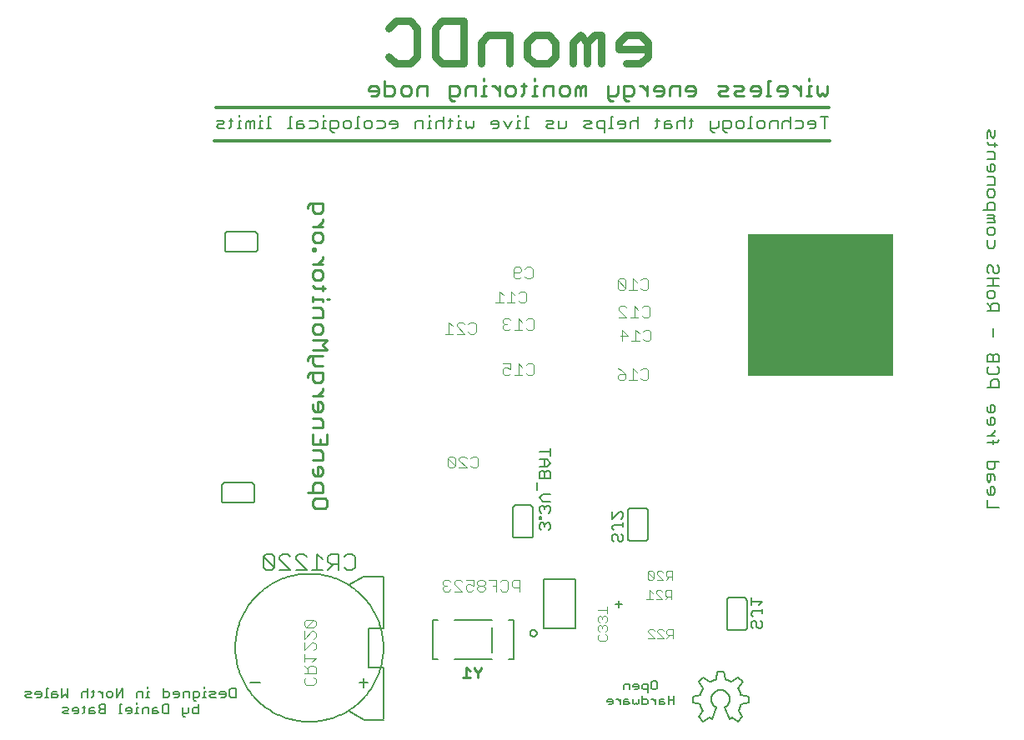
<source format=gbo>
G75*
%MOIN*%
%OFA0B0*%
%FSLAX25Y25*%
%IPPOS*%
%LPD*%
%AMOC8*
5,1,8,0,0,1.08239X$1,22.5*
%
%ADD10C,0.01100*%
%ADD11C,0.00600*%
%ADD12C,0.01200*%
%ADD13C,0.03000*%
%ADD14C,0.00800*%
%ADD15R,0.58000X0.57000*%
%ADD16C,0.00500*%
%ADD17C,0.00900*%
%ADD18C,0.00400*%
%ADD19C,0.00300*%
D10*
X0210118Y0144848D02*
X0210118Y0146817D01*
X0211102Y0147801D01*
X0215039Y0147801D01*
X0216023Y0146817D01*
X0216023Y0144848D01*
X0215039Y0143864D01*
X0211102Y0143864D01*
X0210118Y0144848D01*
X0210118Y0150310D02*
X0210118Y0153262D01*
X0211102Y0154246D01*
X0213070Y0154246D01*
X0214055Y0153262D01*
X0214055Y0150310D01*
X0208150Y0150310D01*
X0211102Y0156755D02*
X0213070Y0156755D01*
X0214055Y0157739D01*
X0214055Y0159708D01*
X0213070Y0160692D01*
X0212086Y0160692D01*
X0212086Y0156755D01*
X0211102Y0156755D02*
X0210118Y0157739D01*
X0210118Y0159708D01*
X0210118Y0163201D02*
X0214055Y0163201D01*
X0214055Y0166153D01*
X0213070Y0167137D01*
X0210118Y0167137D01*
X0210118Y0169646D02*
X0210118Y0173583D01*
X0210118Y0176092D02*
X0214055Y0176092D01*
X0214055Y0179044D01*
X0213070Y0180028D01*
X0210118Y0180028D01*
X0211102Y0182537D02*
X0213070Y0182537D01*
X0214055Y0183521D01*
X0214055Y0185490D01*
X0213070Y0186474D01*
X0212086Y0186474D01*
X0212086Y0182537D01*
X0211102Y0182537D02*
X0210118Y0183521D01*
X0210118Y0185490D01*
X0210118Y0188983D02*
X0214055Y0188983D01*
X0214055Y0190951D02*
X0212086Y0188983D01*
X0214055Y0190951D02*
X0214055Y0191935D01*
X0213070Y0194354D02*
X0211102Y0194354D01*
X0210118Y0195338D01*
X0210118Y0198291D01*
X0209134Y0198291D02*
X0214055Y0198291D01*
X0214055Y0195338D01*
X0213070Y0194354D01*
X0208150Y0196322D02*
X0208150Y0197306D01*
X0209134Y0198291D01*
X0211102Y0200799D02*
X0210118Y0201783D01*
X0210118Y0204736D01*
X0209134Y0204736D02*
X0208150Y0203752D01*
X0208150Y0202768D01*
X0209134Y0204736D02*
X0214055Y0204736D01*
X0216023Y0207245D02*
X0210118Y0207245D01*
X0210118Y0211181D02*
X0216023Y0211181D01*
X0214055Y0209213D01*
X0216023Y0207245D01*
X0214055Y0200799D02*
X0211102Y0200799D01*
X0211102Y0213690D02*
X0210118Y0214674D01*
X0210118Y0216643D01*
X0211102Y0217627D01*
X0213070Y0217627D01*
X0214055Y0216643D01*
X0214055Y0214674D01*
X0213070Y0213690D01*
X0211102Y0213690D01*
X0210118Y0220136D02*
X0214055Y0220136D01*
X0214055Y0223088D01*
X0213070Y0224072D01*
X0210118Y0224072D01*
X0210118Y0226581D02*
X0210118Y0228550D01*
X0210118Y0227565D02*
X0214055Y0227565D01*
X0214055Y0226581D01*
X0216023Y0227565D02*
X0217007Y0227565D01*
X0214055Y0230878D02*
X0214055Y0232847D01*
X0215039Y0231862D02*
X0211102Y0231862D01*
X0210118Y0232847D01*
X0211102Y0235175D02*
X0210118Y0236159D01*
X0210118Y0238128D01*
X0211102Y0239112D01*
X0213070Y0239112D01*
X0214055Y0238128D01*
X0214055Y0236159D01*
X0213070Y0235175D01*
X0211102Y0235175D01*
X0210118Y0241621D02*
X0214055Y0241621D01*
X0214055Y0243589D02*
X0214055Y0244573D01*
X0214055Y0243589D02*
X0212086Y0241621D01*
X0211102Y0246992D02*
X0211102Y0247976D01*
X0210118Y0247976D01*
X0210118Y0246992D01*
X0211102Y0246992D01*
X0211102Y0250215D02*
X0210118Y0251199D01*
X0210118Y0253167D01*
X0211102Y0254151D01*
X0213070Y0254151D01*
X0214055Y0253167D01*
X0214055Y0251199D01*
X0213070Y0250215D01*
X0211102Y0250215D01*
X0210118Y0256660D02*
X0214055Y0256660D01*
X0214055Y0258629D02*
X0214055Y0259613D01*
X0214055Y0258629D02*
X0212086Y0256660D01*
X0211102Y0262032D02*
X0210118Y0263016D01*
X0210118Y0265968D01*
X0209134Y0265968D02*
X0214055Y0265968D01*
X0214055Y0263016D01*
X0213070Y0262032D01*
X0211102Y0262032D01*
X0208150Y0264000D02*
X0208150Y0264984D01*
X0209134Y0265968D01*
X0233544Y0309004D02*
X0235512Y0309004D01*
X0236496Y0309988D01*
X0236496Y0311956D01*
X0235512Y0312941D01*
X0233544Y0312941D01*
X0232560Y0311956D01*
X0232560Y0310972D01*
X0236496Y0310972D01*
X0239005Y0309004D02*
X0241958Y0309004D01*
X0242942Y0309988D01*
X0242942Y0311956D01*
X0241958Y0312941D01*
X0239005Y0312941D01*
X0239005Y0314909D02*
X0239005Y0309004D01*
X0245451Y0309988D02*
X0245451Y0311956D01*
X0246435Y0312941D01*
X0248403Y0312941D01*
X0249387Y0311956D01*
X0249387Y0309988D01*
X0248403Y0309004D01*
X0246435Y0309004D01*
X0245451Y0309988D01*
X0251896Y0309004D02*
X0251896Y0311956D01*
X0252880Y0312941D01*
X0255833Y0312941D01*
X0255833Y0309004D01*
X0264787Y0309004D02*
X0267740Y0309004D01*
X0268724Y0309988D01*
X0268724Y0311956D01*
X0267740Y0312941D01*
X0264787Y0312941D01*
X0264787Y0308020D01*
X0265771Y0307036D01*
X0266756Y0307036D01*
X0271233Y0309004D02*
X0271233Y0311956D01*
X0272217Y0312941D01*
X0275169Y0312941D01*
X0275169Y0309004D01*
X0277498Y0309004D02*
X0279466Y0309004D01*
X0278482Y0309004D02*
X0278482Y0312941D01*
X0279466Y0312941D01*
X0278482Y0314909D02*
X0278482Y0315893D01*
X0281885Y0312941D02*
X0282869Y0312941D01*
X0284838Y0310972D01*
X0284838Y0309004D02*
X0284838Y0312941D01*
X0287346Y0311956D02*
X0288331Y0312941D01*
X0290299Y0312941D01*
X0291283Y0311956D01*
X0291283Y0309988D01*
X0290299Y0309004D01*
X0288331Y0309004D01*
X0287346Y0309988D01*
X0287346Y0311956D01*
X0293612Y0312941D02*
X0295580Y0312941D01*
X0294596Y0313925D02*
X0294596Y0309988D01*
X0293612Y0309004D01*
X0297909Y0309004D02*
X0299877Y0309004D01*
X0298893Y0309004D02*
X0298893Y0312941D01*
X0299877Y0312941D01*
X0298893Y0314909D02*
X0298893Y0315893D01*
X0302386Y0311956D02*
X0302386Y0309004D01*
X0302386Y0311956D02*
X0303370Y0312941D01*
X0306323Y0312941D01*
X0306323Y0309004D01*
X0308831Y0309988D02*
X0309816Y0309004D01*
X0311784Y0309004D01*
X0312768Y0309988D01*
X0312768Y0311956D01*
X0311784Y0312941D01*
X0309816Y0312941D01*
X0308831Y0311956D01*
X0308831Y0309988D01*
X0315277Y0309004D02*
X0315277Y0311956D01*
X0316261Y0312941D01*
X0317245Y0311956D01*
X0317245Y0309004D01*
X0319214Y0309004D02*
X0319214Y0312941D01*
X0318229Y0312941D01*
X0317245Y0311956D01*
X0328168Y0312941D02*
X0328168Y0308020D01*
X0329152Y0307036D01*
X0330136Y0307036D01*
X0331120Y0309004D02*
X0328168Y0309004D01*
X0331120Y0309004D02*
X0332105Y0309988D01*
X0332105Y0312941D01*
X0334613Y0312941D02*
X0334613Y0308020D01*
X0335598Y0307036D01*
X0336582Y0307036D01*
X0337566Y0309004D02*
X0334613Y0309004D01*
X0337566Y0309004D02*
X0338550Y0309988D01*
X0338550Y0311956D01*
X0337566Y0312941D01*
X0334613Y0312941D01*
X0340969Y0312941D02*
X0341953Y0312941D01*
X0343921Y0310972D01*
X0343921Y0309004D02*
X0343921Y0312941D01*
X0346430Y0311956D02*
X0346430Y0310972D01*
X0350367Y0310972D01*
X0350367Y0309988D02*
X0350367Y0311956D01*
X0349383Y0312941D01*
X0347414Y0312941D01*
X0346430Y0311956D01*
X0347414Y0309004D02*
X0349383Y0309004D01*
X0350367Y0309988D01*
X0352876Y0309004D02*
X0352876Y0311956D01*
X0353860Y0312941D01*
X0356812Y0312941D01*
X0356812Y0309004D01*
X0359321Y0310972D02*
X0363258Y0310972D01*
X0363258Y0309988D02*
X0363258Y0311956D01*
X0362274Y0312941D01*
X0360305Y0312941D01*
X0359321Y0311956D01*
X0359321Y0310972D01*
X0360305Y0309004D02*
X0362274Y0309004D01*
X0363258Y0309988D01*
X0372212Y0309988D02*
X0373196Y0309004D01*
X0376149Y0309004D01*
X0375165Y0310972D02*
X0376149Y0311956D01*
X0375165Y0312941D01*
X0372212Y0312941D01*
X0373196Y0310972D02*
X0375165Y0310972D01*
X0373196Y0310972D02*
X0372212Y0309988D01*
X0378658Y0309988D02*
X0379642Y0309004D01*
X0382594Y0309004D01*
X0381610Y0310972D02*
X0382594Y0311956D01*
X0381610Y0312941D01*
X0378658Y0312941D01*
X0379642Y0310972D02*
X0381610Y0310972D01*
X0379642Y0310972D02*
X0378658Y0309988D01*
X0385103Y0310972D02*
X0389040Y0310972D01*
X0389040Y0309988D02*
X0389040Y0311956D01*
X0388056Y0312941D01*
X0386087Y0312941D01*
X0385103Y0311956D01*
X0385103Y0310972D01*
X0386087Y0309004D02*
X0388056Y0309004D01*
X0389040Y0309988D01*
X0391369Y0309004D02*
X0393337Y0309004D01*
X0392353Y0309004D02*
X0392353Y0314909D01*
X0393337Y0314909D01*
X0395846Y0311956D02*
X0395846Y0310972D01*
X0399782Y0310972D01*
X0399782Y0309988D02*
X0399782Y0311956D01*
X0398798Y0312941D01*
X0396830Y0312941D01*
X0395846Y0311956D01*
X0396830Y0309004D02*
X0398798Y0309004D01*
X0399782Y0309988D01*
X0402201Y0312941D02*
X0403185Y0312941D01*
X0405154Y0310972D01*
X0405154Y0309004D02*
X0405154Y0312941D01*
X0408466Y0312941D02*
X0408466Y0309004D01*
X0407482Y0309004D02*
X0409451Y0309004D01*
X0411959Y0309988D02*
X0412944Y0309004D01*
X0413928Y0309988D01*
X0414912Y0309004D01*
X0415896Y0309988D01*
X0415896Y0312941D01*
X0411959Y0312941D02*
X0411959Y0309988D01*
X0409451Y0312941D02*
X0408466Y0312941D01*
X0408466Y0314909D02*
X0408466Y0315893D01*
X0216023Y0173583D02*
X0216023Y0169646D01*
X0210118Y0169646D01*
X0213070Y0169646D02*
X0213070Y0171614D01*
D11*
X0110201Y0062353D02*
X0110823Y0061731D01*
X0112690Y0061731D01*
X0112068Y0062975D02*
X0110823Y0062975D01*
X0110201Y0062353D01*
X0110201Y0064220D02*
X0112068Y0064220D01*
X0112690Y0063598D01*
X0112068Y0062975D01*
X0114189Y0062975D02*
X0116678Y0062975D01*
X0116678Y0062353D02*
X0116678Y0063598D01*
X0116056Y0064220D01*
X0114811Y0064220D01*
X0114189Y0063598D01*
X0114189Y0062975D01*
X0114811Y0061731D02*
X0116056Y0061731D01*
X0116678Y0062353D01*
X0118092Y0061731D02*
X0118714Y0062353D01*
X0118714Y0064842D01*
X0119336Y0064220D02*
X0118092Y0064220D01*
X0120835Y0063598D02*
X0120835Y0061731D01*
X0122702Y0061731D01*
X0123324Y0062353D01*
X0122702Y0062975D01*
X0120835Y0062975D01*
X0120835Y0063598D02*
X0121457Y0064220D01*
X0122702Y0064220D01*
X0124822Y0064220D02*
X0125445Y0063598D01*
X0127312Y0063598D01*
X0127312Y0065465D02*
X0125445Y0065465D01*
X0124822Y0064842D01*
X0124822Y0064220D01*
X0125445Y0063598D02*
X0124822Y0062975D01*
X0124822Y0062353D01*
X0125445Y0061731D01*
X0127312Y0061731D01*
X0127312Y0065465D01*
X0126315Y0068227D02*
X0126315Y0070716D01*
X0126315Y0069471D02*
X0125070Y0070716D01*
X0124448Y0070716D01*
X0122992Y0070716D02*
X0121747Y0070716D01*
X0122369Y0071338D02*
X0122369Y0068849D01*
X0121747Y0068227D01*
X0120333Y0068227D02*
X0120333Y0071961D01*
X0119711Y0070716D02*
X0118466Y0070716D01*
X0117844Y0070094D01*
X0117844Y0068227D01*
X0120333Y0070094D02*
X0119711Y0070716D01*
X0112358Y0071961D02*
X0112358Y0068227D01*
X0111113Y0069471D01*
X0109869Y0068227D01*
X0109869Y0071961D01*
X0107748Y0070716D02*
X0106503Y0070716D01*
X0105881Y0070094D01*
X0105881Y0068227D01*
X0107748Y0068227D01*
X0108370Y0068849D01*
X0107748Y0069471D01*
X0105881Y0069471D01*
X0104383Y0068227D02*
X0103138Y0068227D01*
X0103760Y0068227D02*
X0103760Y0071961D01*
X0104383Y0071961D01*
X0101724Y0070094D02*
X0101724Y0068849D01*
X0101102Y0068227D01*
X0099857Y0068227D01*
X0099235Y0069471D02*
X0101724Y0069471D01*
X0101724Y0070094D02*
X0101102Y0070716D01*
X0099857Y0070716D01*
X0099235Y0070094D01*
X0099235Y0069471D01*
X0097736Y0070094D02*
X0097114Y0070716D01*
X0095247Y0070716D01*
X0095869Y0069471D02*
X0097114Y0069471D01*
X0097736Y0070094D01*
X0097736Y0068227D02*
X0095869Y0068227D01*
X0095247Y0068849D01*
X0095869Y0069471D01*
X0127813Y0068849D02*
X0127813Y0070094D01*
X0128435Y0070716D01*
X0129680Y0070716D01*
X0130302Y0070094D01*
X0130302Y0068849D01*
X0129680Y0068227D01*
X0128435Y0068227D01*
X0127813Y0068849D01*
X0131801Y0068227D02*
X0131801Y0071961D01*
X0134290Y0071961D02*
X0131801Y0068227D01*
X0134290Y0068227D02*
X0134290Y0071961D01*
X0139776Y0070094D02*
X0139776Y0068227D01*
X0139776Y0070094D02*
X0140398Y0070716D01*
X0142265Y0070716D01*
X0142265Y0068227D01*
X0143679Y0068227D02*
X0144924Y0068227D01*
X0144301Y0068227D02*
X0144301Y0070716D01*
X0144924Y0070716D01*
X0144301Y0071961D02*
X0144301Y0072583D01*
X0150410Y0071961D02*
X0150410Y0068227D01*
X0152277Y0068227D01*
X0152899Y0068849D01*
X0152899Y0070094D01*
X0152277Y0070716D01*
X0150410Y0070716D01*
X0154397Y0070094D02*
X0154397Y0069471D01*
X0156887Y0069471D01*
X0156887Y0068849D02*
X0156887Y0070094D01*
X0156264Y0070716D01*
X0155020Y0070716D01*
X0154397Y0070094D01*
X0155020Y0068227D02*
X0156264Y0068227D01*
X0156887Y0068849D01*
X0158385Y0068227D02*
X0158385Y0070094D01*
X0159007Y0070716D01*
X0160874Y0070716D01*
X0160874Y0068227D01*
X0162373Y0068227D02*
X0164240Y0068227D01*
X0164862Y0068849D01*
X0164862Y0070094D01*
X0164240Y0070716D01*
X0162373Y0070716D01*
X0162373Y0067604D01*
X0162995Y0066982D01*
X0163617Y0066982D01*
X0164530Y0065465D02*
X0164530Y0061731D01*
X0162663Y0061731D01*
X0162040Y0062353D01*
X0162040Y0063598D01*
X0162663Y0064220D01*
X0164530Y0064220D01*
X0160542Y0064220D02*
X0160542Y0062353D01*
X0159920Y0061731D01*
X0158053Y0061731D01*
X0158053Y0061108D02*
X0158675Y0060486D01*
X0159297Y0060486D01*
X0158053Y0061108D02*
X0158053Y0064220D01*
X0152567Y0065465D02*
X0152567Y0061731D01*
X0150700Y0061731D01*
X0150077Y0062353D01*
X0150077Y0064842D01*
X0150700Y0065465D01*
X0152567Y0065465D01*
X0147957Y0064220D02*
X0146712Y0064220D01*
X0146090Y0063598D01*
X0146090Y0061731D01*
X0147957Y0061731D01*
X0148579Y0062353D01*
X0147957Y0062975D01*
X0146090Y0062975D01*
X0144591Y0061731D02*
X0144591Y0064220D01*
X0142724Y0064220D01*
X0142102Y0063598D01*
X0142102Y0061731D01*
X0140604Y0061731D02*
X0139359Y0061731D01*
X0139981Y0061731D02*
X0139981Y0064220D01*
X0140604Y0064220D01*
X0139981Y0065465D02*
X0139981Y0066087D01*
X0137945Y0063598D02*
X0137323Y0064220D01*
X0136078Y0064220D01*
X0135456Y0063598D01*
X0135456Y0062975D01*
X0137945Y0062975D01*
X0137945Y0062353D02*
X0137945Y0063598D01*
X0137945Y0062353D02*
X0137323Y0061731D01*
X0136078Y0061731D01*
X0133958Y0061731D02*
X0132713Y0061731D01*
X0133335Y0061731D02*
X0133335Y0065465D01*
X0133958Y0065465D01*
X0166276Y0068227D02*
X0167520Y0068227D01*
X0166898Y0068227D02*
X0166898Y0070716D01*
X0167520Y0070716D01*
X0166898Y0071961D02*
X0166898Y0072583D01*
X0169019Y0070716D02*
X0170886Y0070716D01*
X0171508Y0070094D01*
X0170886Y0069471D01*
X0169641Y0069471D01*
X0169019Y0068849D01*
X0169641Y0068227D01*
X0171508Y0068227D01*
X0173007Y0069471D02*
X0175496Y0069471D01*
X0175496Y0068849D02*
X0175496Y0070094D01*
X0174873Y0070716D01*
X0173629Y0070716D01*
X0173007Y0070094D01*
X0173007Y0069471D01*
X0173629Y0068227D02*
X0174873Y0068227D01*
X0175496Y0068849D01*
X0176994Y0068849D02*
X0176994Y0071338D01*
X0177617Y0071961D01*
X0179483Y0071961D01*
X0179483Y0068227D01*
X0177617Y0068227D01*
X0176994Y0068849D01*
X0191605Y0119311D02*
X0193740Y0119311D01*
X0194808Y0120378D01*
X0190538Y0124648D01*
X0190538Y0120378D01*
X0191605Y0119311D01*
X0194808Y0120378D02*
X0194808Y0124648D01*
X0193740Y0125716D01*
X0191605Y0125716D01*
X0190538Y0124648D01*
X0196983Y0124648D02*
X0196983Y0123581D01*
X0201253Y0119311D01*
X0196983Y0119311D01*
X0203429Y0119311D02*
X0207699Y0119311D01*
X0203429Y0123581D01*
X0203429Y0124648D01*
X0204496Y0125716D01*
X0206631Y0125716D01*
X0207699Y0124648D01*
X0212009Y0125716D02*
X0212009Y0119311D01*
X0214144Y0119311D02*
X0209874Y0119311D01*
X0214144Y0123581D02*
X0212009Y0125716D01*
X0216320Y0124648D02*
X0216320Y0122513D01*
X0217387Y0121446D01*
X0220590Y0121446D01*
X0218455Y0121446D02*
X0216320Y0119311D01*
X0220590Y0119311D02*
X0220590Y0125716D01*
X0217387Y0125716D01*
X0216320Y0124648D01*
X0222765Y0124648D02*
X0223833Y0125716D01*
X0225968Y0125716D01*
X0227035Y0124648D01*
X0227035Y0120378D01*
X0225968Y0119311D01*
X0223833Y0119311D01*
X0222765Y0120378D01*
X0201253Y0124648D02*
X0200186Y0125716D01*
X0198051Y0125716D01*
X0196983Y0124648D01*
X0185902Y0146085D02*
X0174902Y0146085D01*
X0174842Y0146087D01*
X0174781Y0146092D01*
X0174722Y0146101D01*
X0174663Y0146114D01*
X0174604Y0146130D01*
X0174547Y0146150D01*
X0174492Y0146173D01*
X0174437Y0146200D01*
X0174385Y0146229D01*
X0174334Y0146262D01*
X0174285Y0146298D01*
X0174239Y0146336D01*
X0174195Y0146378D01*
X0174153Y0146422D01*
X0174115Y0146468D01*
X0174079Y0146517D01*
X0174046Y0146568D01*
X0174017Y0146620D01*
X0173990Y0146675D01*
X0173967Y0146730D01*
X0173947Y0146787D01*
X0173931Y0146846D01*
X0173918Y0146905D01*
X0173909Y0146964D01*
X0173904Y0147025D01*
X0173902Y0147085D01*
X0173902Y0153085D01*
X0173904Y0153145D01*
X0173909Y0153206D01*
X0173918Y0153265D01*
X0173931Y0153324D01*
X0173947Y0153383D01*
X0173967Y0153440D01*
X0173990Y0153495D01*
X0174017Y0153550D01*
X0174046Y0153602D01*
X0174079Y0153653D01*
X0174115Y0153702D01*
X0174153Y0153748D01*
X0174195Y0153792D01*
X0174239Y0153834D01*
X0174285Y0153872D01*
X0174334Y0153908D01*
X0174385Y0153941D01*
X0174437Y0153970D01*
X0174492Y0153997D01*
X0174547Y0154020D01*
X0174604Y0154040D01*
X0174663Y0154056D01*
X0174722Y0154069D01*
X0174781Y0154078D01*
X0174842Y0154083D01*
X0174902Y0154085D01*
X0185902Y0154085D01*
X0185962Y0154083D01*
X0186023Y0154078D01*
X0186082Y0154069D01*
X0186141Y0154056D01*
X0186200Y0154040D01*
X0186257Y0154020D01*
X0186312Y0153997D01*
X0186367Y0153970D01*
X0186419Y0153941D01*
X0186470Y0153908D01*
X0186519Y0153872D01*
X0186565Y0153834D01*
X0186609Y0153792D01*
X0186651Y0153748D01*
X0186689Y0153702D01*
X0186725Y0153653D01*
X0186758Y0153602D01*
X0186787Y0153550D01*
X0186814Y0153495D01*
X0186837Y0153440D01*
X0186857Y0153383D01*
X0186873Y0153324D01*
X0186886Y0153265D01*
X0186895Y0153206D01*
X0186900Y0153145D01*
X0186902Y0153085D01*
X0186902Y0147085D01*
X0186900Y0147025D01*
X0186895Y0146964D01*
X0186886Y0146905D01*
X0186873Y0146846D01*
X0186857Y0146787D01*
X0186837Y0146730D01*
X0186814Y0146675D01*
X0186787Y0146620D01*
X0186758Y0146568D01*
X0186725Y0146517D01*
X0186689Y0146468D01*
X0186651Y0146422D01*
X0186609Y0146378D01*
X0186565Y0146336D01*
X0186519Y0146298D01*
X0186470Y0146262D01*
X0186419Y0146229D01*
X0186367Y0146200D01*
X0186312Y0146173D01*
X0186257Y0146150D01*
X0186200Y0146130D01*
X0186141Y0146114D01*
X0186082Y0146101D01*
X0186023Y0146092D01*
X0185962Y0146087D01*
X0185902Y0146085D01*
X0334582Y0073110D02*
X0334582Y0071408D01*
X0334582Y0073110D02*
X0335149Y0073677D01*
X0336851Y0073677D01*
X0336851Y0071408D01*
X0338265Y0072543D02*
X0340534Y0072543D01*
X0340534Y0073110D02*
X0340534Y0071975D01*
X0339967Y0071408D01*
X0338832Y0071408D01*
X0338265Y0072543D02*
X0338265Y0073110D01*
X0338832Y0073677D01*
X0339967Y0073677D01*
X0340534Y0073110D01*
X0341948Y0073110D02*
X0341948Y0071975D01*
X0342515Y0071408D01*
X0344217Y0071408D01*
X0344217Y0070274D02*
X0344217Y0073677D01*
X0342515Y0073677D01*
X0341948Y0073110D01*
X0345631Y0074244D02*
X0346199Y0074811D01*
X0347333Y0074811D01*
X0347900Y0074244D01*
X0347900Y0071975D01*
X0347333Y0071408D01*
X0346199Y0071408D01*
X0345631Y0071975D01*
X0345631Y0074244D01*
X0341948Y0068811D02*
X0341948Y0065408D01*
X0343650Y0065408D01*
X0344217Y0065975D01*
X0344217Y0067110D01*
X0343650Y0067677D01*
X0341948Y0067677D01*
X0340534Y0067677D02*
X0340534Y0065975D01*
X0339967Y0065408D01*
X0339399Y0065975D01*
X0338832Y0065408D01*
X0338265Y0065975D01*
X0338265Y0067677D01*
X0336284Y0067677D02*
X0335149Y0067677D01*
X0334582Y0067110D01*
X0334582Y0065408D01*
X0336284Y0065408D01*
X0336851Y0065975D01*
X0336284Y0066543D01*
X0334582Y0066543D01*
X0333168Y0066543D02*
X0332033Y0067677D01*
X0331466Y0067677D01*
X0330098Y0067110D02*
X0329531Y0067677D01*
X0328397Y0067677D01*
X0327830Y0067110D01*
X0327830Y0066543D01*
X0330098Y0066543D01*
X0330098Y0067110D02*
X0330098Y0065975D01*
X0329531Y0065408D01*
X0328397Y0065408D01*
X0333168Y0065408D02*
X0333168Y0067677D01*
X0345585Y0067677D02*
X0346152Y0067677D01*
X0347286Y0066543D01*
X0347286Y0067677D02*
X0347286Y0065408D01*
X0348701Y0065408D02*
X0348701Y0067110D01*
X0349268Y0067677D01*
X0350402Y0067677D01*
X0350402Y0066543D02*
X0348701Y0066543D01*
X0348701Y0065408D02*
X0350402Y0065408D01*
X0350969Y0065975D01*
X0350402Y0066543D01*
X0352384Y0067110D02*
X0354653Y0067110D01*
X0354653Y0068811D02*
X0354653Y0065408D01*
X0352384Y0065408D02*
X0352384Y0068811D01*
X0362106Y0068699D02*
X0362106Y0066099D01*
X0365106Y0065599D01*
X0366106Y0062899D02*
X0364406Y0060499D01*
X0366306Y0058599D01*
X0368706Y0060299D01*
X0369706Y0059699D01*
X0371606Y0064199D01*
X0366106Y0062893D02*
X0366010Y0063059D01*
X0365917Y0063226D01*
X0365829Y0063396D01*
X0365745Y0063568D01*
X0365665Y0063741D01*
X0365589Y0063917D01*
X0365517Y0064094D01*
X0365450Y0064273D01*
X0365386Y0064454D01*
X0365327Y0064636D01*
X0365273Y0064819D01*
X0365222Y0065004D01*
X0365176Y0065189D01*
X0365135Y0065376D01*
X0365098Y0065564D01*
X0365106Y0069299D02*
X0362106Y0068699D01*
X0366206Y0071799D02*
X0364406Y0074399D01*
X0366306Y0076199D01*
X0368906Y0074399D01*
X0371406Y0075399D02*
X0371906Y0078599D01*
X0374606Y0078599D01*
X0375106Y0075399D01*
X0377606Y0074399D02*
X0380206Y0076199D01*
X0382106Y0074399D01*
X0380306Y0071799D01*
X0381406Y0069299D02*
X0384406Y0068699D01*
X0384406Y0066099D01*
X0381406Y0065599D01*
X0380406Y0062899D02*
X0382006Y0060499D01*
X0380206Y0058599D01*
X0377806Y0060299D01*
X0376806Y0059699D01*
X0374806Y0064199D01*
X0380373Y0062931D02*
X0380476Y0063107D01*
X0380575Y0063286D01*
X0380669Y0063467D01*
X0380759Y0063650D01*
X0380844Y0063836D01*
X0380925Y0064023D01*
X0381001Y0064213D01*
X0381072Y0064404D01*
X0381139Y0064597D01*
X0381200Y0064792D01*
X0381258Y0064988D01*
X0381310Y0065185D01*
X0381357Y0065383D01*
X0381400Y0065583D01*
X0377572Y0074435D02*
X0377400Y0074535D01*
X0377225Y0074632D01*
X0377049Y0074724D01*
X0376870Y0074812D01*
X0376689Y0074896D01*
X0376506Y0074975D01*
X0376322Y0075050D01*
X0376135Y0075121D01*
X0375947Y0075187D01*
X0375758Y0075248D01*
X0375567Y0075305D01*
X0375374Y0075358D01*
X0375181Y0075405D01*
X0374806Y0064299D02*
X0374913Y0064354D01*
X0375019Y0064411D01*
X0375122Y0064473D01*
X0375224Y0064537D01*
X0375323Y0064605D01*
X0375420Y0064676D01*
X0375515Y0064750D01*
X0375607Y0064827D01*
X0375697Y0064908D01*
X0375784Y0064991D01*
X0375868Y0065077D01*
X0375949Y0065165D01*
X0376027Y0065257D01*
X0376103Y0065351D01*
X0376175Y0065447D01*
X0376244Y0065545D01*
X0376310Y0065646D01*
X0376372Y0065749D01*
X0376431Y0065854D01*
X0376487Y0065960D01*
X0376539Y0066069D01*
X0376587Y0066179D01*
X0376632Y0066291D01*
X0376673Y0066404D01*
X0376710Y0066518D01*
X0376744Y0066634D01*
X0376773Y0066750D01*
X0376799Y0066868D01*
X0376821Y0066986D01*
X0376840Y0067105D01*
X0376854Y0067224D01*
X0376864Y0067344D01*
X0376871Y0067464D01*
X0376873Y0067585D01*
X0376871Y0067705D01*
X0376866Y0067825D01*
X0376857Y0067945D01*
X0376843Y0068065D01*
X0376826Y0068184D01*
X0376805Y0068302D01*
X0376780Y0068420D01*
X0376751Y0068537D01*
X0376718Y0068652D01*
X0376682Y0068767D01*
X0376642Y0068880D01*
X0376598Y0068992D01*
X0376550Y0069103D01*
X0376499Y0069212D01*
X0376445Y0069319D01*
X0376386Y0069424D01*
X0376325Y0069528D01*
X0376260Y0069629D01*
X0376192Y0069728D01*
X0376120Y0069825D01*
X0376046Y0069919D01*
X0375968Y0070011D01*
X0375888Y0070100D01*
X0375804Y0070187D01*
X0375718Y0070271D01*
X0375629Y0070352D01*
X0375537Y0070430D01*
X0375443Y0070505D01*
X0375347Y0070576D01*
X0375248Y0070645D01*
X0375147Y0070710D01*
X0375044Y0070772D01*
X0374939Y0070831D01*
X0374832Y0070886D01*
X0374723Y0070938D01*
X0374613Y0070985D01*
X0374501Y0071030D01*
X0374388Y0071070D01*
X0374273Y0071107D01*
X0374157Y0071140D01*
X0374041Y0071170D01*
X0373923Y0071195D01*
X0373805Y0071217D01*
X0373686Y0071234D01*
X0373566Y0071248D01*
X0373446Y0071258D01*
X0373326Y0071264D01*
X0373206Y0071266D01*
X0373086Y0071264D01*
X0372966Y0071258D01*
X0372846Y0071248D01*
X0372726Y0071234D01*
X0372607Y0071217D01*
X0372489Y0071195D01*
X0372371Y0071170D01*
X0372255Y0071140D01*
X0372139Y0071107D01*
X0372024Y0071070D01*
X0371911Y0071030D01*
X0371799Y0070985D01*
X0371689Y0070938D01*
X0371580Y0070886D01*
X0371473Y0070831D01*
X0371368Y0070772D01*
X0371265Y0070710D01*
X0371164Y0070645D01*
X0371065Y0070576D01*
X0370969Y0070505D01*
X0370875Y0070430D01*
X0370783Y0070352D01*
X0370694Y0070271D01*
X0370608Y0070187D01*
X0370524Y0070100D01*
X0370444Y0070011D01*
X0370366Y0069919D01*
X0370292Y0069825D01*
X0370220Y0069728D01*
X0370152Y0069629D01*
X0370087Y0069528D01*
X0370026Y0069424D01*
X0369967Y0069319D01*
X0369913Y0069212D01*
X0369862Y0069103D01*
X0369814Y0068992D01*
X0369770Y0068880D01*
X0369730Y0068767D01*
X0369694Y0068652D01*
X0369661Y0068537D01*
X0369632Y0068420D01*
X0369607Y0068302D01*
X0369586Y0068184D01*
X0369569Y0068065D01*
X0369555Y0067945D01*
X0369546Y0067825D01*
X0369541Y0067705D01*
X0369539Y0067585D01*
X0369541Y0067464D01*
X0369548Y0067344D01*
X0369558Y0067224D01*
X0369572Y0067105D01*
X0369591Y0066986D01*
X0369613Y0066868D01*
X0369639Y0066750D01*
X0369668Y0066634D01*
X0369702Y0066518D01*
X0369739Y0066404D01*
X0369780Y0066291D01*
X0369825Y0066179D01*
X0369873Y0066069D01*
X0369925Y0065960D01*
X0369981Y0065854D01*
X0370040Y0065749D01*
X0370102Y0065646D01*
X0370168Y0065545D01*
X0370237Y0065447D01*
X0370309Y0065351D01*
X0370385Y0065257D01*
X0370463Y0065165D01*
X0370544Y0065077D01*
X0370628Y0064991D01*
X0370715Y0064908D01*
X0370805Y0064827D01*
X0370897Y0064750D01*
X0370992Y0064676D01*
X0371089Y0064605D01*
X0371188Y0064537D01*
X0371290Y0064473D01*
X0371393Y0064411D01*
X0371499Y0064354D01*
X0371606Y0064299D01*
X0365116Y0069299D02*
X0365166Y0069487D01*
X0365221Y0069674D01*
X0365280Y0069860D01*
X0365344Y0070044D01*
X0365412Y0070227D01*
X0365485Y0070408D01*
X0365562Y0070587D01*
X0365643Y0070764D01*
X0365729Y0070940D01*
X0365818Y0071113D01*
X0365912Y0071284D01*
X0366010Y0071452D01*
X0366112Y0071619D01*
X0366217Y0071782D01*
X0368869Y0074416D02*
X0369034Y0074514D01*
X0369202Y0074608D01*
X0369372Y0074698D01*
X0369544Y0074785D01*
X0369717Y0074867D01*
X0369893Y0074946D01*
X0370070Y0075020D01*
X0370249Y0075090D01*
X0370430Y0075156D01*
X0370612Y0075218D01*
X0370795Y0075276D01*
X0370980Y0075330D01*
X0371166Y0075379D01*
X0371353Y0075424D01*
X0380298Y0071745D02*
X0380398Y0071583D01*
X0380495Y0071418D01*
X0380588Y0071251D01*
X0380676Y0071082D01*
X0380761Y0070912D01*
X0380842Y0070739D01*
X0380919Y0070564D01*
X0380992Y0070388D01*
X0381061Y0070210D01*
X0381126Y0070030D01*
X0381187Y0069850D01*
X0381243Y0069667D01*
X0381296Y0069484D01*
X0381344Y0069299D01*
X0188066Y0247502D02*
X0188066Y0253502D01*
X0188064Y0253562D01*
X0188059Y0253623D01*
X0188050Y0253682D01*
X0188037Y0253741D01*
X0188021Y0253800D01*
X0188001Y0253857D01*
X0187978Y0253912D01*
X0187951Y0253967D01*
X0187922Y0254019D01*
X0187889Y0254070D01*
X0187853Y0254119D01*
X0187815Y0254165D01*
X0187773Y0254209D01*
X0187729Y0254251D01*
X0187683Y0254289D01*
X0187634Y0254325D01*
X0187583Y0254358D01*
X0187531Y0254387D01*
X0187476Y0254414D01*
X0187421Y0254437D01*
X0187364Y0254457D01*
X0187305Y0254473D01*
X0187246Y0254486D01*
X0187187Y0254495D01*
X0187126Y0254500D01*
X0187066Y0254502D01*
X0176066Y0254502D01*
X0176006Y0254500D01*
X0175945Y0254495D01*
X0175886Y0254486D01*
X0175827Y0254473D01*
X0175768Y0254457D01*
X0175711Y0254437D01*
X0175656Y0254414D01*
X0175601Y0254387D01*
X0175549Y0254358D01*
X0175498Y0254325D01*
X0175449Y0254289D01*
X0175403Y0254251D01*
X0175359Y0254209D01*
X0175317Y0254165D01*
X0175279Y0254119D01*
X0175243Y0254070D01*
X0175210Y0254019D01*
X0175181Y0253967D01*
X0175154Y0253912D01*
X0175131Y0253857D01*
X0175111Y0253800D01*
X0175095Y0253741D01*
X0175082Y0253682D01*
X0175073Y0253623D01*
X0175068Y0253562D01*
X0175066Y0253502D01*
X0175066Y0247502D01*
X0175068Y0247442D01*
X0175073Y0247381D01*
X0175082Y0247322D01*
X0175095Y0247263D01*
X0175111Y0247204D01*
X0175131Y0247147D01*
X0175154Y0247092D01*
X0175181Y0247037D01*
X0175210Y0246985D01*
X0175243Y0246934D01*
X0175279Y0246885D01*
X0175317Y0246839D01*
X0175359Y0246795D01*
X0175403Y0246753D01*
X0175449Y0246715D01*
X0175498Y0246679D01*
X0175549Y0246646D01*
X0175601Y0246617D01*
X0175656Y0246590D01*
X0175711Y0246567D01*
X0175768Y0246547D01*
X0175827Y0246531D01*
X0175886Y0246518D01*
X0175945Y0246509D01*
X0176006Y0246504D01*
X0176066Y0246502D01*
X0187066Y0246502D01*
X0187126Y0246504D01*
X0187187Y0246509D01*
X0187246Y0246518D01*
X0187305Y0246531D01*
X0187364Y0246547D01*
X0187421Y0246567D01*
X0187476Y0246590D01*
X0187531Y0246617D01*
X0187583Y0246646D01*
X0187634Y0246679D01*
X0187683Y0246715D01*
X0187729Y0246753D01*
X0187773Y0246795D01*
X0187815Y0246839D01*
X0187853Y0246885D01*
X0187889Y0246934D01*
X0187922Y0246985D01*
X0187951Y0247037D01*
X0187978Y0247092D01*
X0188001Y0247147D01*
X0188021Y0247204D01*
X0188037Y0247263D01*
X0188050Y0247322D01*
X0188059Y0247381D01*
X0188064Y0247442D01*
X0188066Y0247502D01*
D12*
X0170816Y0290740D02*
X0416803Y0290740D01*
X0416605Y0304054D02*
X0171619Y0304054D01*
D13*
X0240616Y0324672D02*
X0243452Y0321836D01*
X0249123Y0321836D01*
X0251959Y0324672D01*
X0251959Y0336015D01*
X0249123Y0338851D01*
X0243452Y0338851D01*
X0240616Y0336015D01*
X0259032Y0336015D02*
X0261867Y0338851D01*
X0270375Y0338851D01*
X0270375Y0321836D01*
X0261867Y0321836D01*
X0259032Y0324672D01*
X0259032Y0336015D01*
X0277447Y0330344D02*
X0277447Y0321836D01*
X0288790Y0321836D02*
X0288790Y0333179D01*
X0280283Y0333179D01*
X0277447Y0330344D01*
X0295863Y0330344D02*
X0295863Y0324672D01*
X0298699Y0321836D01*
X0304370Y0321836D01*
X0307206Y0324672D01*
X0307206Y0330344D01*
X0304370Y0333179D01*
X0298699Y0333179D01*
X0295863Y0330344D01*
X0314279Y0330344D02*
X0314279Y0321836D01*
X0319950Y0321836D02*
X0319950Y0330344D01*
X0317114Y0333179D01*
X0314279Y0330344D01*
X0319950Y0330344D02*
X0322786Y0333179D01*
X0325622Y0333179D01*
X0325622Y0321836D01*
X0332694Y0327508D02*
X0344037Y0327508D01*
X0344037Y0324672D02*
X0344037Y0330344D01*
X0341202Y0333179D01*
X0335530Y0333179D01*
X0332694Y0330344D01*
X0332694Y0327508D01*
X0335530Y0321836D02*
X0341202Y0321836D01*
X0344037Y0324672D01*
D14*
X0340343Y0300591D02*
X0340343Y0295887D01*
X0340343Y0298239D02*
X0339559Y0299023D01*
X0337991Y0299023D01*
X0337207Y0298239D01*
X0337207Y0295887D01*
X0335279Y0296671D02*
X0335279Y0298239D01*
X0334495Y0299023D01*
X0332927Y0299023D01*
X0332143Y0298239D01*
X0332143Y0297455D01*
X0335279Y0297455D01*
X0335279Y0296671D02*
X0334495Y0295887D01*
X0332927Y0295887D01*
X0330214Y0295887D02*
X0328646Y0295887D01*
X0329430Y0295887D02*
X0329430Y0300591D01*
X0330214Y0300591D01*
X0326838Y0299023D02*
X0324486Y0299023D01*
X0323702Y0298239D01*
X0323702Y0296671D01*
X0324486Y0295887D01*
X0326838Y0295887D01*
X0326838Y0294319D02*
X0326838Y0299023D01*
X0321774Y0298239D02*
X0320990Y0299023D01*
X0318638Y0299023D01*
X0319422Y0297455D02*
X0318638Y0296671D01*
X0319422Y0295887D01*
X0321774Y0295887D01*
X0320990Y0297455D02*
X0321774Y0298239D01*
X0320990Y0297455D02*
X0319422Y0297455D01*
X0311645Y0296671D02*
X0311645Y0299023D01*
X0311645Y0296671D02*
X0310861Y0295887D01*
X0308509Y0295887D01*
X0308509Y0299023D01*
X0306581Y0298239D02*
X0305797Y0299023D01*
X0303445Y0299023D01*
X0304229Y0297455D02*
X0303445Y0296671D01*
X0304229Y0295887D01*
X0306581Y0295887D01*
X0305797Y0297455D02*
X0306581Y0298239D01*
X0305797Y0297455D02*
X0304229Y0297455D01*
X0296452Y0295887D02*
X0294884Y0295887D01*
X0295668Y0295887D02*
X0295668Y0300591D01*
X0296452Y0300591D01*
X0293076Y0299023D02*
X0292292Y0299023D01*
X0292292Y0295887D01*
X0293076Y0295887D02*
X0291508Y0295887D01*
X0288132Y0295887D02*
X0286564Y0299023D01*
X0284635Y0298239D02*
X0283851Y0299023D01*
X0282283Y0299023D01*
X0281499Y0298239D01*
X0281499Y0297455D01*
X0284635Y0297455D01*
X0284635Y0296671D02*
X0284635Y0298239D01*
X0284635Y0296671D02*
X0283851Y0295887D01*
X0282283Y0295887D01*
X0288132Y0295887D02*
X0289700Y0299023D01*
X0292292Y0300591D02*
X0292292Y0301375D01*
X0274507Y0299023D02*
X0274507Y0296671D01*
X0273723Y0295887D01*
X0272939Y0296671D01*
X0272155Y0295887D01*
X0271371Y0296671D01*
X0271371Y0299023D01*
X0269442Y0299023D02*
X0268658Y0299023D01*
X0268658Y0295887D01*
X0269442Y0295887D02*
X0267874Y0295887D01*
X0265282Y0296671D02*
X0265282Y0299807D01*
X0266066Y0299023D02*
X0264498Y0299023D01*
X0262690Y0298239D02*
X0261906Y0299023D01*
X0260338Y0299023D01*
X0259554Y0298239D01*
X0259554Y0295887D01*
X0257626Y0295887D02*
X0256058Y0295887D01*
X0256842Y0295887D02*
X0256842Y0299023D01*
X0257626Y0299023D01*
X0256842Y0300591D02*
X0256842Y0301375D01*
X0254249Y0299023D02*
X0251897Y0299023D01*
X0251113Y0298239D01*
X0251113Y0295887D01*
X0254249Y0295887D02*
X0254249Y0299023D01*
X0262690Y0300591D02*
X0262690Y0295887D01*
X0264498Y0295887D02*
X0265282Y0296671D01*
X0268658Y0300591D02*
X0268658Y0301375D01*
X0244121Y0298239D02*
X0243337Y0299023D01*
X0241769Y0299023D01*
X0240985Y0298239D01*
X0240985Y0297455D01*
X0244121Y0297455D01*
X0244121Y0296671D02*
X0244121Y0298239D01*
X0244121Y0296671D02*
X0243337Y0295887D01*
X0241769Y0295887D01*
X0239057Y0296671D02*
X0238273Y0295887D01*
X0235921Y0295887D01*
X0233992Y0296671D02*
X0233208Y0295887D01*
X0231640Y0295887D01*
X0230856Y0296671D01*
X0230856Y0298239D01*
X0231640Y0299023D01*
X0233208Y0299023D01*
X0233992Y0298239D01*
X0233992Y0296671D01*
X0235921Y0299023D02*
X0238273Y0299023D01*
X0239057Y0298239D01*
X0239057Y0296671D01*
X0228928Y0295887D02*
X0227360Y0295887D01*
X0228144Y0295887D02*
X0228144Y0300591D01*
X0228928Y0300591D01*
X0225552Y0298239D02*
X0224768Y0299023D01*
X0223200Y0299023D01*
X0222416Y0298239D01*
X0222416Y0296671D01*
X0223200Y0295887D01*
X0224768Y0295887D01*
X0225552Y0296671D01*
X0225552Y0298239D01*
X0220487Y0298239D02*
X0219703Y0299023D01*
X0217351Y0299023D01*
X0217351Y0295103D01*
X0218135Y0294319D01*
X0218919Y0294319D01*
X0219703Y0295887D02*
X0217351Y0295887D01*
X0215423Y0295887D02*
X0213855Y0295887D01*
X0214639Y0295887D02*
X0214639Y0299023D01*
X0215423Y0299023D01*
X0214639Y0300591D02*
X0214639Y0301375D01*
X0212047Y0298239D02*
X0211263Y0299023D01*
X0208911Y0299023D01*
X0206198Y0299023D02*
X0204630Y0299023D01*
X0203846Y0298239D01*
X0203846Y0295887D01*
X0206198Y0295887D01*
X0206982Y0296671D01*
X0206198Y0297455D01*
X0203846Y0297455D01*
X0201918Y0295887D02*
X0200350Y0295887D01*
X0201134Y0295887D02*
X0201134Y0300591D01*
X0201918Y0300591D01*
X0208911Y0295887D02*
X0211263Y0295887D01*
X0212047Y0296671D01*
X0212047Y0298239D01*
X0219703Y0295887D02*
X0220487Y0296671D01*
X0220487Y0298239D01*
X0193478Y0300591D02*
X0192694Y0300591D01*
X0192694Y0295887D01*
X0193478Y0295887D02*
X0191910Y0295887D01*
X0190101Y0295887D02*
X0188533Y0295887D01*
X0189317Y0295887D02*
X0189317Y0299023D01*
X0190101Y0299023D01*
X0189317Y0300591D02*
X0189317Y0301375D01*
X0186725Y0299023D02*
X0185941Y0299023D01*
X0185157Y0298239D01*
X0184373Y0299023D01*
X0183589Y0298239D01*
X0183589Y0295887D01*
X0185157Y0295887D02*
X0185157Y0298239D01*
X0186725Y0299023D02*
X0186725Y0295887D01*
X0181661Y0295887D02*
X0180093Y0295887D01*
X0180877Y0295887D02*
X0180877Y0299023D01*
X0181661Y0299023D01*
X0180877Y0300591D02*
X0180877Y0301375D01*
X0178285Y0299023D02*
X0176717Y0299023D01*
X0177501Y0299807D02*
X0177501Y0296671D01*
X0176717Y0295887D01*
X0174908Y0295887D02*
X0172556Y0295887D01*
X0171772Y0296671D01*
X0172556Y0297455D01*
X0174124Y0297455D01*
X0174908Y0298239D01*
X0174124Y0299023D01*
X0171772Y0299023D01*
X0347216Y0299023D02*
X0348784Y0299023D01*
X0348000Y0299807D02*
X0348000Y0296671D01*
X0347216Y0295887D01*
X0350712Y0295887D02*
X0353064Y0295887D01*
X0353848Y0296671D01*
X0353064Y0297455D01*
X0350712Y0297455D01*
X0350712Y0298239D02*
X0350712Y0295887D01*
X0350712Y0298239D02*
X0351496Y0299023D01*
X0353064Y0299023D01*
X0355776Y0298239D02*
X0355776Y0295887D01*
X0355776Y0298239D02*
X0356560Y0299023D01*
X0358128Y0299023D01*
X0358912Y0298239D01*
X0360720Y0299023D02*
X0362288Y0299023D01*
X0361504Y0299807D02*
X0361504Y0296671D01*
X0360720Y0295887D01*
X0358912Y0295887D02*
X0358912Y0300591D01*
X0369281Y0299023D02*
X0369281Y0295103D01*
X0370065Y0294319D01*
X0370849Y0294319D01*
X0371633Y0295887D02*
X0369281Y0295887D01*
X0371633Y0295887D02*
X0372417Y0296671D01*
X0372417Y0299023D01*
X0374345Y0299023D02*
X0376697Y0299023D01*
X0377481Y0298239D01*
X0377481Y0296671D01*
X0376697Y0295887D01*
X0374345Y0295887D01*
X0374345Y0295103D02*
X0374345Y0299023D01*
X0379410Y0298239D02*
X0380194Y0299023D01*
X0381762Y0299023D01*
X0382546Y0298239D01*
X0382546Y0296671D01*
X0381762Y0295887D01*
X0380194Y0295887D01*
X0379410Y0296671D01*
X0379410Y0298239D01*
X0375913Y0294319D02*
X0375129Y0294319D01*
X0374345Y0295103D01*
X0384354Y0295887D02*
X0385922Y0295887D01*
X0385138Y0295887D02*
X0385138Y0300591D01*
X0385922Y0300591D01*
X0387850Y0298239D02*
X0388634Y0299023D01*
X0390202Y0299023D01*
X0390986Y0298239D01*
X0390986Y0296671D01*
X0390202Y0295887D01*
X0388634Y0295887D01*
X0387850Y0296671D01*
X0387850Y0298239D01*
X0392914Y0298239D02*
X0393698Y0299023D01*
X0396051Y0299023D01*
X0396051Y0295887D01*
X0397979Y0295887D02*
X0397979Y0298239D01*
X0398763Y0299023D01*
X0400331Y0299023D01*
X0401115Y0298239D01*
X0403043Y0299023D02*
X0405395Y0299023D01*
X0406179Y0298239D01*
X0406179Y0296671D01*
X0405395Y0295887D01*
X0403043Y0295887D01*
X0401115Y0295887D02*
X0401115Y0300591D01*
X0408107Y0298239D02*
X0408107Y0297455D01*
X0411243Y0297455D01*
X0411243Y0298239D02*
X0410459Y0299023D01*
X0408891Y0299023D01*
X0408107Y0298239D01*
X0408891Y0295887D02*
X0410459Y0295887D01*
X0411243Y0296671D01*
X0411243Y0298239D01*
X0413172Y0300591D02*
X0416308Y0300591D01*
X0414740Y0300591D02*
X0414740Y0295887D01*
X0392914Y0295887D02*
X0392914Y0298239D01*
X0479787Y0294291D02*
X0480571Y0295075D01*
X0481355Y0294291D01*
X0481355Y0292723D01*
X0482139Y0291939D01*
X0482923Y0292723D01*
X0482923Y0295075D01*
X0479787Y0294291D02*
X0479787Y0291939D01*
X0479787Y0290131D02*
X0480571Y0289347D01*
X0483707Y0289347D01*
X0482923Y0288563D02*
X0482923Y0290131D01*
X0482139Y0286634D02*
X0479787Y0286634D01*
X0482139Y0286634D02*
X0482923Y0285850D01*
X0482923Y0283498D01*
X0479787Y0283498D01*
X0481355Y0281570D02*
X0481355Y0278434D01*
X0480571Y0278434D02*
X0482139Y0278434D01*
X0482923Y0279218D01*
X0482923Y0280786D01*
X0482139Y0281570D01*
X0481355Y0281570D01*
X0479787Y0280786D02*
X0479787Y0279218D01*
X0480571Y0278434D01*
X0479787Y0276506D02*
X0482139Y0276506D01*
X0482923Y0275722D01*
X0482923Y0273370D01*
X0479787Y0273370D01*
X0480571Y0271441D02*
X0482139Y0271441D01*
X0482923Y0270657D01*
X0482923Y0269089D01*
X0482139Y0268305D01*
X0480571Y0268305D01*
X0479787Y0269089D01*
X0479787Y0270657D01*
X0480571Y0271441D01*
X0480571Y0266377D02*
X0479787Y0265593D01*
X0479787Y0263241D01*
X0478219Y0263241D02*
X0482923Y0263241D01*
X0482923Y0265593D01*
X0482139Y0266377D01*
X0480571Y0266377D01*
X0479787Y0261313D02*
X0482139Y0261313D01*
X0482923Y0260529D01*
X0482139Y0259745D01*
X0479787Y0259745D01*
X0479787Y0258177D02*
X0482923Y0258177D01*
X0482923Y0258961D01*
X0482139Y0259745D01*
X0482139Y0256249D02*
X0480571Y0256249D01*
X0479787Y0255465D01*
X0479787Y0253897D01*
X0480571Y0253113D01*
X0482139Y0253113D01*
X0482923Y0253897D01*
X0482923Y0255465D01*
X0482139Y0256249D01*
X0482923Y0251184D02*
X0482923Y0248832D01*
X0482139Y0248048D01*
X0480571Y0248048D01*
X0479787Y0248832D01*
X0479787Y0251184D01*
X0480571Y0241056D02*
X0479787Y0240272D01*
X0479787Y0238704D01*
X0480571Y0237920D01*
X0482139Y0238704D02*
X0482139Y0240272D01*
X0481355Y0241056D01*
X0480571Y0241056D01*
X0482139Y0238704D02*
X0482923Y0237920D01*
X0483707Y0237920D01*
X0484491Y0238704D01*
X0484491Y0240272D01*
X0483707Y0241056D01*
X0484491Y0235991D02*
X0479787Y0235991D01*
X0482139Y0235991D02*
X0482139Y0232855D01*
X0482139Y0230927D02*
X0482923Y0230143D01*
X0482923Y0228575D01*
X0482139Y0227791D01*
X0480571Y0227791D01*
X0479787Y0228575D01*
X0479787Y0230143D01*
X0480571Y0230927D01*
X0482139Y0230927D01*
X0479787Y0232855D02*
X0484491Y0232855D01*
X0483707Y0225863D02*
X0482139Y0225863D01*
X0481355Y0225079D01*
X0481355Y0222727D01*
X0481355Y0224295D02*
X0479787Y0225863D01*
X0479787Y0222727D02*
X0484491Y0222727D01*
X0484491Y0225079D01*
X0483707Y0225863D01*
X0482139Y0215734D02*
X0482139Y0212598D01*
X0482923Y0205605D02*
X0482139Y0204821D01*
X0482139Y0202469D01*
X0484491Y0202469D02*
X0484491Y0204821D01*
X0483707Y0205605D01*
X0482923Y0205605D01*
X0482139Y0204821D02*
X0481355Y0205605D01*
X0480571Y0205605D01*
X0479787Y0204821D01*
X0479787Y0202469D01*
X0484491Y0202469D01*
X0483707Y0200541D02*
X0484491Y0199757D01*
X0484491Y0198189D01*
X0483707Y0197405D01*
X0480571Y0197405D01*
X0479787Y0198189D01*
X0479787Y0199757D01*
X0480571Y0200541D01*
X0482139Y0195477D02*
X0481355Y0194693D01*
X0481355Y0192341D01*
X0479787Y0192341D02*
X0484491Y0192341D01*
X0484491Y0194693D01*
X0483707Y0195477D01*
X0482139Y0195477D01*
X0482139Y0185348D02*
X0481355Y0185348D01*
X0481355Y0182212D01*
X0480571Y0182212D02*
X0482139Y0182212D01*
X0482923Y0182996D01*
X0482923Y0184564D01*
X0482139Y0185348D01*
X0479787Y0184564D02*
X0479787Y0182996D01*
X0480571Y0182212D01*
X0481355Y0180284D02*
X0481355Y0177148D01*
X0480571Y0177148D02*
X0482139Y0177148D01*
X0482923Y0177932D01*
X0482923Y0179500D01*
X0482139Y0180284D01*
X0481355Y0180284D01*
X0479787Y0179500D02*
X0479787Y0177932D01*
X0480571Y0177148D01*
X0482923Y0175279D02*
X0482923Y0174495D01*
X0481355Y0172927D01*
X0479787Y0172927D02*
X0482923Y0172927D01*
X0482139Y0171119D02*
X0482139Y0169551D01*
X0483707Y0170335D02*
X0484491Y0171119D01*
X0483707Y0170335D02*
X0479787Y0170335D01*
X0479787Y0162559D02*
X0479787Y0160207D01*
X0480571Y0159423D01*
X0482139Y0159423D01*
X0482923Y0160207D01*
X0482923Y0162559D01*
X0484491Y0162559D02*
X0479787Y0162559D01*
X0479787Y0157494D02*
X0479787Y0155142D01*
X0480571Y0154358D01*
X0481355Y0155142D01*
X0481355Y0157494D01*
X0482139Y0157494D02*
X0479787Y0157494D01*
X0482139Y0157494D02*
X0482923Y0156710D01*
X0482923Y0155142D01*
X0482139Y0152430D02*
X0481355Y0152430D01*
X0481355Y0149294D01*
X0480571Y0149294D02*
X0482139Y0149294D01*
X0482923Y0150078D01*
X0482923Y0151646D01*
X0482139Y0152430D01*
X0479787Y0151646D02*
X0479787Y0150078D01*
X0480571Y0149294D01*
X0479787Y0147366D02*
X0479787Y0144230D01*
X0484491Y0144230D01*
X0383710Y0107139D02*
X0383710Y0096139D01*
X0383708Y0096079D01*
X0383703Y0096018D01*
X0383694Y0095959D01*
X0383681Y0095900D01*
X0383665Y0095841D01*
X0383645Y0095784D01*
X0383622Y0095729D01*
X0383595Y0095674D01*
X0383566Y0095622D01*
X0383533Y0095571D01*
X0383497Y0095522D01*
X0383459Y0095476D01*
X0383417Y0095432D01*
X0383373Y0095390D01*
X0383327Y0095352D01*
X0383278Y0095316D01*
X0383227Y0095283D01*
X0383175Y0095254D01*
X0383120Y0095227D01*
X0383065Y0095204D01*
X0383008Y0095184D01*
X0382949Y0095168D01*
X0382890Y0095155D01*
X0382831Y0095146D01*
X0382770Y0095141D01*
X0382710Y0095139D01*
X0376710Y0095139D01*
X0376650Y0095141D01*
X0376589Y0095146D01*
X0376530Y0095155D01*
X0376471Y0095168D01*
X0376412Y0095184D01*
X0376355Y0095204D01*
X0376300Y0095227D01*
X0376245Y0095254D01*
X0376193Y0095283D01*
X0376142Y0095316D01*
X0376093Y0095352D01*
X0376047Y0095390D01*
X0376003Y0095432D01*
X0375961Y0095476D01*
X0375923Y0095522D01*
X0375887Y0095571D01*
X0375854Y0095622D01*
X0375825Y0095674D01*
X0375798Y0095729D01*
X0375775Y0095784D01*
X0375755Y0095841D01*
X0375739Y0095900D01*
X0375726Y0095959D01*
X0375717Y0096018D01*
X0375712Y0096079D01*
X0375710Y0096139D01*
X0375710Y0107139D01*
X0375712Y0107199D01*
X0375717Y0107260D01*
X0375726Y0107319D01*
X0375739Y0107378D01*
X0375755Y0107437D01*
X0375775Y0107494D01*
X0375798Y0107549D01*
X0375825Y0107604D01*
X0375854Y0107656D01*
X0375887Y0107707D01*
X0375923Y0107756D01*
X0375961Y0107802D01*
X0376003Y0107846D01*
X0376047Y0107888D01*
X0376093Y0107926D01*
X0376142Y0107962D01*
X0376193Y0107995D01*
X0376245Y0108024D01*
X0376300Y0108051D01*
X0376355Y0108074D01*
X0376412Y0108094D01*
X0376471Y0108110D01*
X0376530Y0108123D01*
X0376589Y0108132D01*
X0376650Y0108137D01*
X0376710Y0108139D01*
X0382710Y0108139D01*
X0382770Y0108137D01*
X0382831Y0108132D01*
X0382890Y0108123D01*
X0382949Y0108110D01*
X0383008Y0108094D01*
X0383065Y0108074D01*
X0383120Y0108051D01*
X0383175Y0108024D01*
X0383227Y0107995D01*
X0383278Y0107962D01*
X0383327Y0107926D01*
X0383373Y0107888D01*
X0383417Y0107846D01*
X0383459Y0107802D01*
X0383497Y0107756D01*
X0383533Y0107707D01*
X0383566Y0107656D01*
X0383595Y0107604D01*
X0383622Y0107549D01*
X0383645Y0107494D01*
X0383665Y0107437D01*
X0383681Y0107378D01*
X0383694Y0107319D01*
X0383703Y0107260D01*
X0383708Y0107199D01*
X0383710Y0107139D01*
X0343166Y0130941D02*
X0337166Y0130941D01*
X0337106Y0130943D01*
X0337045Y0130948D01*
X0336986Y0130957D01*
X0336927Y0130970D01*
X0336868Y0130986D01*
X0336811Y0131006D01*
X0336756Y0131029D01*
X0336701Y0131056D01*
X0336649Y0131085D01*
X0336598Y0131118D01*
X0336549Y0131154D01*
X0336503Y0131192D01*
X0336459Y0131234D01*
X0336417Y0131278D01*
X0336379Y0131324D01*
X0336343Y0131373D01*
X0336310Y0131424D01*
X0336281Y0131476D01*
X0336254Y0131531D01*
X0336231Y0131586D01*
X0336211Y0131643D01*
X0336195Y0131702D01*
X0336182Y0131761D01*
X0336173Y0131820D01*
X0336168Y0131881D01*
X0336166Y0131941D01*
X0336166Y0142941D01*
X0336168Y0143001D01*
X0336173Y0143062D01*
X0336182Y0143121D01*
X0336195Y0143180D01*
X0336211Y0143239D01*
X0336231Y0143296D01*
X0336254Y0143351D01*
X0336281Y0143406D01*
X0336310Y0143458D01*
X0336343Y0143509D01*
X0336379Y0143558D01*
X0336417Y0143604D01*
X0336459Y0143648D01*
X0336503Y0143690D01*
X0336549Y0143728D01*
X0336598Y0143764D01*
X0336649Y0143797D01*
X0336701Y0143826D01*
X0336756Y0143853D01*
X0336811Y0143876D01*
X0336868Y0143896D01*
X0336927Y0143912D01*
X0336986Y0143925D01*
X0337045Y0143934D01*
X0337106Y0143939D01*
X0337166Y0143941D01*
X0343166Y0143941D01*
X0343226Y0143939D01*
X0343287Y0143934D01*
X0343346Y0143925D01*
X0343405Y0143912D01*
X0343464Y0143896D01*
X0343521Y0143876D01*
X0343576Y0143853D01*
X0343631Y0143826D01*
X0343683Y0143797D01*
X0343734Y0143764D01*
X0343783Y0143728D01*
X0343829Y0143690D01*
X0343873Y0143648D01*
X0343915Y0143604D01*
X0343953Y0143558D01*
X0343989Y0143509D01*
X0344022Y0143458D01*
X0344051Y0143406D01*
X0344078Y0143351D01*
X0344101Y0143296D01*
X0344121Y0143239D01*
X0344137Y0143180D01*
X0344150Y0143121D01*
X0344159Y0143062D01*
X0344164Y0143001D01*
X0344166Y0142941D01*
X0344166Y0131941D01*
X0344164Y0131881D01*
X0344159Y0131820D01*
X0344150Y0131761D01*
X0344137Y0131702D01*
X0344121Y0131643D01*
X0344101Y0131586D01*
X0344078Y0131531D01*
X0344051Y0131476D01*
X0344022Y0131424D01*
X0343989Y0131373D01*
X0343953Y0131324D01*
X0343915Y0131278D01*
X0343873Y0131234D01*
X0343829Y0131192D01*
X0343783Y0131154D01*
X0343734Y0131118D01*
X0343683Y0131085D01*
X0343631Y0131056D01*
X0343576Y0131029D01*
X0343521Y0131006D01*
X0343464Y0130986D01*
X0343405Y0130970D01*
X0343346Y0130957D01*
X0343287Y0130948D01*
X0343226Y0130943D01*
X0343166Y0130941D01*
X0298210Y0133083D02*
X0298210Y0144083D01*
X0298208Y0144143D01*
X0298203Y0144204D01*
X0298194Y0144263D01*
X0298181Y0144322D01*
X0298165Y0144381D01*
X0298145Y0144438D01*
X0298122Y0144493D01*
X0298095Y0144548D01*
X0298066Y0144600D01*
X0298033Y0144651D01*
X0297997Y0144700D01*
X0297959Y0144746D01*
X0297917Y0144790D01*
X0297873Y0144832D01*
X0297827Y0144870D01*
X0297778Y0144906D01*
X0297727Y0144939D01*
X0297675Y0144968D01*
X0297620Y0144995D01*
X0297565Y0145018D01*
X0297508Y0145038D01*
X0297449Y0145054D01*
X0297390Y0145067D01*
X0297331Y0145076D01*
X0297270Y0145081D01*
X0297210Y0145083D01*
X0291210Y0145083D01*
X0291150Y0145081D01*
X0291089Y0145076D01*
X0291030Y0145067D01*
X0290971Y0145054D01*
X0290912Y0145038D01*
X0290855Y0145018D01*
X0290800Y0144995D01*
X0290745Y0144968D01*
X0290693Y0144939D01*
X0290642Y0144906D01*
X0290593Y0144870D01*
X0290547Y0144832D01*
X0290503Y0144790D01*
X0290461Y0144746D01*
X0290423Y0144700D01*
X0290387Y0144651D01*
X0290354Y0144600D01*
X0290325Y0144548D01*
X0290298Y0144493D01*
X0290275Y0144438D01*
X0290255Y0144381D01*
X0290239Y0144322D01*
X0290226Y0144263D01*
X0290217Y0144204D01*
X0290212Y0144143D01*
X0290210Y0144083D01*
X0290210Y0133083D01*
X0290212Y0133023D01*
X0290217Y0132962D01*
X0290226Y0132903D01*
X0290239Y0132844D01*
X0290255Y0132785D01*
X0290275Y0132728D01*
X0290298Y0132673D01*
X0290325Y0132618D01*
X0290354Y0132566D01*
X0290387Y0132515D01*
X0290423Y0132466D01*
X0290461Y0132420D01*
X0290503Y0132376D01*
X0290547Y0132334D01*
X0290593Y0132296D01*
X0290642Y0132260D01*
X0290693Y0132227D01*
X0290745Y0132198D01*
X0290800Y0132171D01*
X0290855Y0132148D01*
X0290912Y0132128D01*
X0290971Y0132112D01*
X0291030Y0132099D01*
X0291089Y0132090D01*
X0291150Y0132085D01*
X0291210Y0132083D01*
X0297210Y0132083D01*
X0297270Y0132085D01*
X0297331Y0132090D01*
X0297390Y0132099D01*
X0297449Y0132112D01*
X0297508Y0132128D01*
X0297565Y0132148D01*
X0297620Y0132171D01*
X0297675Y0132198D01*
X0297727Y0132227D01*
X0297778Y0132260D01*
X0297827Y0132296D01*
X0297873Y0132334D01*
X0297917Y0132376D01*
X0297959Y0132420D01*
X0297997Y0132466D01*
X0298033Y0132515D01*
X0298066Y0132566D01*
X0298095Y0132618D01*
X0298122Y0132673D01*
X0298145Y0132728D01*
X0298165Y0132785D01*
X0298181Y0132844D01*
X0298194Y0132903D01*
X0298203Y0132962D01*
X0298208Y0133023D01*
X0298210Y0133083D01*
X0290452Y0099192D02*
X0288483Y0099192D01*
X0290452Y0099192D02*
X0290452Y0083444D01*
X0288483Y0083444D01*
X0281790Y0083444D02*
X0266829Y0083444D01*
X0260137Y0083444D02*
X0258168Y0083444D01*
X0258168Y0099192D01*
X0260137Y0099192D01*
X0266829Y0099192D02*
X0281790Y0099192D01*
D15*
X0413081Y0225084D03*
D16*
X0305233Y0168034D02*
X0305233Y0165031D01*
X0305233Y0166533D02*
X0300729Y0166533D01*
X0300729Y0163430D02*
X0303731Y0163430D01*
X0305233Y0161929D01*
X0303731Y0160427D01*
X0300729Y0160427D01*
X0301479Y0158826D02*
X0300729Y0158075D01*
X0300729Y0155823D01*
X0305233Y0155823D01*
X0305233Y0158075D01*
X0304482Y0158826D01*
X0303731Y0158826D01*
X0302981Y0158075D01*
X0302981Y0155823D01*
X0302981Y0158075D02*
X0302230Y0158826D01*
X0301479Y0158826D01*
X0302981Y0160427D02*
X0302981Y0163430D01*
X0299978Y0154222D02*
X0299978Y0151220D01*
X0302230Y0149618D02*
X0305233Y0149618D01*
X0305233Y0146616D02*
X0302230Y0146616D01*
X0300729Y0148117D01*
X0302230Y0149618D01*
X0302230Y0145014D02*
X0301479Y0145014D01*
X0300729Y0144264D01*
X0300729Y0142762D01*
X0301479Y0142012D01*
X0301479Y0140460D02*
X0300729Y0140460D01*
X0300729Y0139710D01*
X0301479Y0139710D01*
X0301479Y0140460D01*
X0301479Y0138108D02*
X0300729Y0137358D01*
X0300729Y0135856D01*
X0301479Y0135106D01*
X0302981Y0136607D02*
X0302981Y0137358D01*
X0302230Y0138108D01*
X0301479Y0138108D01*
X0302981Y0137358D02*
X0303731Y0138108D01*
X0304482Y0138108D01*
X0305233Y0137358D01*
X0305233Y0135856D01*
X0304482Y0135106D01*
X0304482Y0142012D02*
X0305233Y0142762D01*
X0305233Y0144264D01*
X0304482Y0145014D01*
X0303731Y0145014D01*
X0302981Y0144264D01*
X0302230Y0145014D01*
X0302981Y0144264D02*
X0302981Y0143513D01*
X0329782Y0142707D02*
X0329782Y0139705D01*
X0332784Y0142707D01*
X0333535Y0142707D01*
X0334286Y0141957D01*
X0334286Y0140455D01*
X0333535Y0139705D01*
X0334286Y0138103D02*
X0334286Y0136602D01*
X0334286Y0137353D02*
X0330533Y0137353D01*
X0329782Y0136602D01*
X0329782Y0135851D01*
X0330533Y0135101D01*
X0330533Y0133499D02*
X0329782Y0132749D01*
X0329782Y0131247D01*
X0330533Y0130497D01*
X0332034Y0131247D02*
X0332034Y0132749D01*
X0331283Y0133499D01*
X0330533Y0133499D01*
X0332034Y0131247D02*
X0332784Y0130497D01*
X0333535Y0130497D01*
X0334286Y0131247D01*
X0334286Y0132749D01*
X0333535Y0133499D01*
X0315044Y0115578D02*
X0302446Y0115578D01*
X0302446Y0095893D01*
X0315044Y0095893D01*
X0315044Y0115578D01*
X0332586Y0106813D02*
X0332586Y0104313D01*
X0331336Y0105563D02*
X0333836Y0105563D01*
X0297075Y0094003D02*
X0297077Y0094076D01*
X0297083Y0094150D01*
X0297093Y0094222D01*
X0297107Y0094294D01*
X0297124Y0094366D01*
X0297146Y0094436D01*
X0297171Y0094505D01*
X0297200Y0094572D01*
X0297233Y0094638D01*
X0297269Y0094702D01*
X0297308Y0094763D01*
X0297351Y0094823D01*
X0297397Y0094880D01*
X0297446Y0094935D01*
X0297498Y0094987D01*
X0297553Y0095036D01*
X0297610Y0095082D01*
X0297670Y0095125D01*
X0297731Y0095164D01*
X0297795Y0095200D01*
X0297861Y0095233D01*
X0297928Y0095262D01*
X0297997Y0095287D01*
X0298067Y0095309D01*
X0298139Y0095326D01*
X0298211Y0095340D01*
X0298283Y0095350D01*
X0298357Y0095356D01*
X0298430Y0095358D01*
X0298503Y0095356D01*
X0298577Y0095350D01*
X0298649Y0095340D01*
X0298721Y0095326D01*
X0298793Y0095309D01*
X0298863Y0095287D01*
X0298932Y0095262D01*
X0298999Y0095233D01*
X0299065Y0095200D01*
X0299129Y0095164D01*
X0299190Y0095125D01*
X0299250Y0095082D01*
X0299307Y0095036D01*
X0299362Y0094987D01*
X0299414Y0094935D01*
X0299463Y0094880D01*
X0299509Y0094823D01*
X0299552Y0094763D01*
X0299591Y0094702D01*
X0299627Y0094638D01*
X0299660Y0094572D01*
X0299689Y0094505D01*
X0299714Y0094436D01*
X0299736Y0094366D01*
X0299753Y0094294D01*
X0299767Y0094222D01*
X0299777Y0094150D01*
X0299783Y0094076D01*
X0299785Y0094003D01*
X0299783Y0093930D01*
X0299777Y0093856D01*
X0299767Y0093784D01*
X0299753Y0093712D01*
X0299736Y0093640D01*
X0299714Y0093570D01*
X0299689Y0093501D01*
X0299660Y0093434D01*
X0299627Y0093368D01*
X0299591Y0093304D01*
X0299552Y0093243D01*
X0299509Y0093183D01*
X0299463Y0093126D01*
X0299414Y0093071D01*
X0299362Y0093019D01*
X0299307Y0092970D01*
X0299250Y0092924D01*
X0299190Y0092881D01*
X0299129Y0092842D01*
X0299065Y0092806D01*
X0298999Y0092773D01*
X0298932Y0092744D01*
X0298863Y0092719D01*
X0298793Y0092697D01*
X0298721Y0092680D01*
X0298649Y0092666D01*
X0298577Y0092656D01*
X0298503Y0092650D01*
X0298430Y0092648D01*
X0298357Y0092650D01*
X0298283Y0092656D01*
X0298211Y0092666D01*
X0298139Y0092680D01*
X0298067Y0092697D01*
X0297997Y0092719D01*
X0297928Y0092744D01*
X0297861Y0092773D01*
X0297795Y0092806D01*
X0297731Y0092842D01*
X0297670Y0092881D01*
X0297610Y0092924D01*
X0297553Y0092970D01*
X0297498Y0093019D01*
X0297446Y0093071D01*
X0297397Y0093126D01*
X0297351Y0093183D01*
X0297308Y0093243D01*
X0297269Y0093304D01*
X0297233Y0093368D01*
X0297200Y0093434D01*
X0297171Y0093501D01*
X0297146Y0093570D01*
X0297124Y0093640D01*
X0297107Y0093712D01*
X0297093Y0093784D01*
X0297083Y0093856D01*
X0297077Y0093930D01*
X0297075Y0094003D01*
X0281810Y0096318D02*
X0281810Y0086318D01*
X0238392Y0080240D02*
X0232486Y0080240D01*
X0232486Y0095988D01*
X0238392Y0095988D01*
X0238392Y0116460D01*
X0230518Y0116460D01*
X0224612Y0113310D01*
X0225006Y0113310D01*
X0179271Y0088114D02*
X0179280Y0088840D01*
X0179307Y0089566D01*
X0179351Y0090291D01*
X0179413Y0091015D01*
X0179494Y0091736D01*
X0179591Y0092456D01*
X0179707Y0093173D01*
X0179840Y0093887D01*
X0179990Y0094598D01*
X0180158Y0095305D01*
X0180343Y0096007D01*
X0180545Y0096704D01*
X0180765Y0097397D01*
X0181001Y0098084D01*
X0181254Y0098764D01*
X0181524Y0099439D01*
X0181810Y0100106D01*
X0182112Y0100767D01*
X0182431Y0101419D01*
X0182765Y0102064D01*
X0183116Y0102700D01*
X0183481Y0103328D01*
X0183862Y0103946D01*
X0184258Y0104555D01*
X0184669Y0105154D01*
X0185095Y0105743D01*
X0185534Y0106321D01*
X0185988Y0106888D01*
X0186456Y0107443D01*
X0186937Y0107987D01*
X0187431Y0108520D01*
X0187939Y0109039D01*
X0188458Y0109547D01*
X0188991Y0110041D01*
X0189535Y0110522D01*
X0190090Y0110990D01*
X0190657Y0111444D01*
X0191235Y0111883D01*
X0191824Y0112309D01*
X0192423Y0112720D01*
X0193032Y0113116D01*
X0193650Y0113497D01*
X0194278Y0113862D01*
X0194914Y0114213D01*
X0195559Y0114547D01*
X0196211Y0114866D01*
X0196872Y0115168D01*
X0197539Y0115454D01*
X0198214Y0115724D01*
X0198894Y0115977D01*
X0199581Y0116213D01*
X0200274Y0116433D01*
X0200971Y0116635D01*
X0201673Y0116820D01*
X0202380Y0116988D01*
X0203091Y0117138D01*
X0203805Y0117271D01*
X0204522Y0117387D01*
X0205242Y0117484D01*
X0205963Y0117565D01*
X0206687Y0117627D01*
X0207412Y0117671D01*
X0208138Y0117698D01*
X0208864Y0117707D01*
X0209590Y0117698D01*
X0210316Y0117671D01*
X0211041Y0117627D01*
X0211765Y0117565D01*
X0212486Y0117484D01*
X0213206Y0117387D01*
X0213923Y0117271D01*
X0214637Y0117138D01*
X0215348Y0116988D01*
X0216055Y0116820D01*
X0216757Y0116635D01*
X0217454Y0116433D01*
X0218147Y0116213D01*
X0218834Y0115977D01*
X0219514Y0115724D01*
X0220189Y0115454D01*
X0220856Y0115168D01*
X0221517Y0114866D01*
X0222169Y0114547D01*
X0222814Y0114213D01*
X0223450Y0113862D01*
X0224078Y0113497D01*
X0224696Y0113116D01*
X0225305Y0112720D01*
X0225904Y0112309D01*
X0226493Y0111883D01*
X0227071Y0111444D01*
X0227638Y0110990D01*
X0228193Y0110522D01*
X0228737Y0110041D01*
X0229270Y0109547D01*
X0229789Y0109039D01*
X0230297Y0108520D01*
X0230791Y0107987D01*
X0231272Y0107443D01*
X0231740Y0106888D01*
X0232194Y0106321D01*
X0232633Y0105743D01*
X0233059Y0105154D01*
X0233470Y0104555D01*
X0233866Y0103946D01*
X0234247Y0103328D01*
X0234612Y0102700D01*
X0234963Y0102064D01*
X0235297Y0101419D01*
X0235616Y0100767D01*
X0235918Y0100106D01*
X0236204Y0099439D01*
X0236474Y0098764D01*
X0236727Y0098084D01*
X0236963Y0097397D01*
X0237183Y0096704D01*
X0237385Y0096007D01*
X0237570Y0095305D01*
X0237738Y0094598D01*
X0237888Y0093887D01*
X0238021Y0093173D01*
X0238137Y0092456D01*
X0238234Y0091736D01*
X0238315Y0091015D01*
X0238377Y0090291D01*
X0238421Y0089566D01*
X0238448Y0088840D01*
X0238457Y0088114D01*
X0238448Y0087388D01*
X0238421Y0086662D01*
X0238377Y0085937D01*
X0238315Y0085213D01*
X0238234Y0084492D01*
X0238137Y0083772D01*
X0238021Y0083055D01*
X0237888Y0082341D01*
X0237738Y0081630D01*
X0237570Y0080923D01*
X0237385Y0080221D01*
X0237183Y0079524D01*
X0236963Y0078831D01*
X0236727Y0078144D01*
X0236474Y0077464D01*
X0236204Y0076789D01*
X0235918Y0076122D01*
X0235616Y0075461D01*
X0235297Y0074809D01*
X0234963Y0074164D01*
X0234612Y0073528D01*
X0234247Y0072900D01*
X0233866Y0072282D01*
X0233470Y0071673D01*
X0233059Y0071074D01*
X0232633Y0070485D01*
X0232194Y0069907D01*
X0231740Y0069340D01*
X0231272Y0068785D01*
X0230791Y0068241D01*
X0230297Y0067708D01*
X0229789Y0067189D01*
X0229270Y0066681D01*
X0228737Y0066187D01*
X0228193Y0065706D01*
X0227638Y0065238D01*
X0227071Y0064784D01*
X0226493Y0064345D01*
X0225904Y0063919D01*
X0225305Y0063508D01*
X0224696Y0063112D01*
X0224078Y0062731D01*
X0223450Y0062366D01*
X0222814Y0062015D01*
X0222169Y0061681D01*
X0221517Y0061362D01*
X0220856Y0061060D01*
X0220189Y0060774D01*
X0219514Y0060504D01*
X0218834Y0060251D01*
X0218147Y0060015D01*
X0217454Y0059795D01*
X0216757Y0059593D01*
X0216055Y0059408D01*
X0215348Y0059240D01*
X0214637Y0059090D01*
X0213923Y0058957D01*
X0213206Y0058841D01*
X0212486Y0058744D01*
X0211765Y0058663D01*
X0211041Y0058601D01*
X0210316Y0058557D01*
X0209590Y0058530D01*
X0208864Y0058521D01*
X0208138Y0058530D01*
X0207412Y0058557D01*
X0206687Y0058601D01*
X0205963Y0058663D01*
X0205242Y0058744D01*
X0204522Y0058841D01*
X0203805Y0058957D01*
X0203091Y0059090D01*
X0202380Y0059240D01*
X0201673Y0059408D01*
X0200971Y0059593D01*
X0200274Y0059795D01*
X0199581Y0060015D01*
X0198894Y0060251D01*
X0198214Y0060504D01*
X0197539Y0060774D01*
X0196872Y0061060D01*
X0196211Y0061362D01*
X0195559Y0061681D01*
X0194914Y0062015D01*
X0194278Y0062366D01*
X0193650Y0062731D01*
X0193032Y0063112D01*
X0192423Y0063508D01*
X0191824Y0063919D01*
X0191235Y0064345D01*
X0190657Y0064784D01*
X0190090Y0065238D01*
X0189535Y0065706D01*
X0188991Y0066187D01*
X0188458Y0066681D01*
X0187939Y0067189D01*
X0187431Y0067708D01*
X0186937Y0068241D01*
X0186456Y0068785D01*
X0185988Y0069340D01*
X0185534Y0069907D01*
X0185095Y0070485D01*
X0184669Y0071074D01*
X0184258Y0071673D01*
X0183862Y0072282D01*
X0183481Y0072900D01*
X0183116Y0073528D01*
X0182765Y0074164D01*
X0182431Y0074809D01*
X0182112Y0075461D01*
X0181810Y0076122D01*
X0181524Y0076789D01*
X0181254Y0077464D01*
X0181001Y0078144D01*
X0180765Y0078831D01*
X0180545Y0079524D01*
X0180343Y0080221D01*
X0180158Y0080923D01*
X0179990Y0081630D01*
X0179840Y0082341D01*
X0179707Y0083055D01*
X0179591Y0083772D01*
X0179494Y0084492D01*
X0179413Y0085213D01*
X0179351Y0085937D01*
X0179307Y0086662D01*
X0179280Y0087388D01*
X0179271Y0088114D01*
X0185242Y0074334D02*
X0189179Y0074334D01*
X0224612Y0062917D02*
X0230911Y0059373D01*
X0238392Y0059373D01*
X0238392Y0059767D02*
X0238392Y0080240D01*
X0232092Y0074334D02*
X0228943Y0074334D01*
X0230518Y0075909D02*
X0230518Y0072366D01*
X0385396Y0096640D02*
X0386147Y0095889D01*
X0385396Y0096640D02*
X0385396Y0098141D01*
X0386147Y0098892D01*
X0386897Y0098892D01*
X0387648Y0098141D01*
X0387648Y0096640D01*
X0388399Y0095889D01*
X0389149Y0095889D01*
X0389900Y0096640D01*
X0389900Y0098141D01*
X0389149Y0098892D01*
X0389900Y0101994D02*
X0389900Y0103496D01*
X0389900Y0102745D02*
X0386147Y0102745D01*
X0385396Y0101994D01*
X0385396Y0101244D01*
X0386147Y0100493D01*
X0385396Y0105097D02*
X0385396Y0108100D01*
X0385396Y0106598D02*
X0389900Y0106598D01*
X0388399Y0105097D01*
D17*
X0277665Y0080155D02*
X0277665Y0079471D01*
X0276297Y0078103D01*
X0276297Y0076052D01*
X0276297Y0078103D02*
X0274929Y0079471D01*
X0274929Y0080155D01*
X0273061Y0078787D02*
X0271693Y0080155D01*
X0271693Y0076052D01*
X0273061Y0076052D02*
X0270325Y0076052D01*
D18*
X0211424Y0075590D02*
X0211424Y0074056D01*
X0210656Y0073288D01*
X0207587Y0073288D01*
X0206820Y0074056D01*
X0206820Y0075590D01*
X0207587Y0076358D01*
X0206820Y0077892D02*
X0211424Y0077892D01*
X0211424Y0080194D01*
X0210656Y0080962D01*
X0209122Y0080962D01*
X0208355Y0080194D01*
X0208355Y0077892D01*
X0208355Y0079427D02*
X0206820Y0080962D01*
X0206820Y0082496D02*
X0206820Y0085566D01*
X0206820Y0087100D02*
X0209889Y0090170D01*
X0210656Y0090170D01*
X0211424Y0089402D01*
X0211424Y0087868D01*
X0210656Y0087100D01*
X0211424Y0084031D02*
X0206820Y0084031D01*
X0206820Y0087100D02*
X0206820Y0090170D01*
X0206820Y0091704D02*
X0209889Y0094773D01*
X0210656Y0094773D01*
X0211424Y0094006D01*
X0211424Y0092471D01*
X0210656Y0091704D01*
X0206820Y0091704D02*
X0206820Y0094773D01*
X0207587Y0096308D02*
X0206820Y0097075D01*
X0206820Y0098610D01*
X0207587Y0099377D01*
X0210656Y0099377D01*
X0207587Y0096308D01*
X0210656Y0096308D01*
X0211424Y0097075D01*
X0211424Y0098610D01*
X0210656Y0099377D01*
X0211424Y0084031D02*
X0209889Y0082496D01*
X0210656Y0076358D02*
X0211424Y0075590D01*
X0262180Y0111402D02*
X0262947Y0110635D01*
X0264482Y0110635D01*
X0265249Y0111402D01*
X0266784Y0110635D02*
X0269853Y0110635D01*
X0266784Y0113704D01*
X0266784Y0114471D01*
X0267551Y0115239D01*
X0269086Y0115239D01*
X0269853Y0114471D01*
X0271388Y0115239D02*
X0274457Y0115239D01*
X0274457Y0112937D01*
X0272923Y0113704D01*
X0272155Y0113704D01*
X0271388Y0112937D01*
X0271388Y0111402D01*
X0272155Y0110635D01*
X0273690Y0110635D01*
X0274457Y0111402D01*
X0275992Y0111402D02*
X0276759Y0110635D01*
X0278294Y0110635D01*
X0279061Y0111402D01*
X0279061Y0112169D01*
X0278294Y0112937D01*
X0276759Y0112937D01*
X0275992Y0112169D01*
X0275992Y0111402D01*
X0276759Y0112937D02*
X0275992Y0113704D01*
X0275992Y0114471D01*
X0276759Y0115239D01*
X0278294Y0115239D01*
X0279061Y0114471D01*
X0279061Y0113704D01*
X0278294Y0112937D01*
X0280596Y0115239D02*
X0283665Y0115239D01*
X0283665Y0110635D01*
X0285200Y0111402D02*
X0285967Y0110635D01*
X0287502Y0110635D01*
X0288269Y0111402D01*
X0288269Y0114471D01*
X0287502Y0115239D01*
X0285967Y0115239D01*
X0285200Y0114471D01*
X0283665Y0112937D02*
X0282130Y0112937D01*
X0289804Y0112937D02*
X0289804Y0114471D01*
X0290571Y0115239D01*
X0292873Y0115239D01*
X0292873Y0110635D01*
X0292873Y0112169D02*
X0290571Y0112169D01*
X0289804Y0112937D01*
X0265249Y0114471D02*
X0264482Y0115239D01*
X0262947Y0115239D01*
X0262180Y0114471D01*
X0262180Y0113704D01*
X0262947Y0112937D01*
X0262180Y0112169D01*
X0262180Y0111402D01*
X0262947Y0112937D02*
X0263715Y0112937D01*
X0264822Y0160111D02*
X0266357Y0160111D01*
X0267124Y0160878D01*
X0264055Y0163948D01*
X0264055Y0160878D01*
X0264822Y0160111D01*
X0267124Y0160878D02*
X0267124Y0163948D01*
X0266357Y0164715D01*
X0264822Y0164715D01*
X0264055Y0163948D01*
X0268659Y0163948D02*
X0269426Y0164715D01*
X0270961Y0164715D01*
X0271728Y0163948D01*
X0273263Y0163948D02*
X0274030Y0164715D01*
X0275565Y0164715D01*
X0276332Y0163948D01*
X0276332Y0160878D01*
X0275565Y0160111D01*
X0274030Y0160111D01*
X0273263Y0160878D01*
X0271728Y0160111D02*
X0268659Y0163180D01*
X0268659Y0163948D01*
X0268659Y0160111D02*
X0271728Y0160111D01*
X0332064Y0195999D02*
X0332064Y0196766D01*
X0332831Y0197533D01*
X0335133Y0197533D01*
X0335133Y0195999D01*
X0334366Y0195231D01*
X0332831Y0195231D01*
X0332064Y0195999D01*
X0333598Y0199068D02*
X0332064Y0199835D01*
X0333598Y0199068D02*
X0335133Y0197533D01*
X0336668Y0195231D02*
X0339737Y0195231D01*
X0338202Y0195231D02*
X0338202Y0199835D01*
X0339737Y0198301D01*
X0341272Y0199068D02*
X0342039Y0199835D01*
X0343574Y0199835D01*
X0344341Y0199068D01*
X0344341Y0195999D01*
X0343574Y0195231D01*
X0342039Y0195231D01*
X0341272Y0195999D01*
X0340737Y0210731D02*
X0337668Y0210731D01*
X0339202Y0210731D02*
X0339202Y0215335D01*
X0340737Y0213801D01*
X0342272Y0214568D02*
X0343039Y0215335D01*
X0344574Y0215335D01*
X0345341Y0214568D01*
X0345341Y0211499D01*
X0344574Y0210731D01*
X0343039Y0210731D01*
X0342272Y0211499D01*
X0336133Y0213033D02*
X0333831Y0215335D01*
X0333831Y0210731D01*
X0333064Y0213033D02*
X0336133Y0213033D01*
X0335633Y0220231D02*
X0332564Y0220231D01*
X0335633Y0220231D02*
X0332564Y0223301D01*
X0332564Y0224068D01*
X0333331Y0224835D01*
X0334866Y0224835D01*
X0335633Y0224068D01*
X0338702Y0224835D02*
X0338702Y0220231D01*
X0337168Y0220231D02*
X0340237Y0220231D01*
X0341772Y0220999D02*
X0342539Y0220231D01*
X0344074Y0220231D01*
X0344841Y0220999D01*
X0344841Y0224068D01*
X0344074Y0224835D01*
X0342539Y0224835D01*
X0341772Y0224068D01*
X0340237Y0223301D02*
X0338702Y0224835D01*
X0338202Y0231231D02*
X0338202Y0235835D01*
X0339737Y0234301D01*
X0341272Y0235068D02*
X0342039Y0235835D01*
X0343574Y0235835D01*
X0344341Y0235068D01*
X0344341Y0231999D01*
X0343574Y0231231D01*
X0342039Y0231231D01*
X0341272Y0231999D01*
X0339737Y0231231D02*
X0336668Y0231231D01*
X0335133Y0231999D02*
X0332064Y0235068D01*
X0332064Y0231999D01*
X0332831Y0231231D01*
X0334366Y0231231D01*
X0335133Y0231999D01*
X0335133Y0235068D01*
X0334366Y0235835D01*
X0332831Y0235835D01*
X0332064Y0235068D01*
X0298086Y0236550D02*
X0297319Y0235782D01*
X0295784Y0235782D01*
X0295017Y0236550D01*
X0293482Y0236550D02*
X0292715Y0235782D01*
X0291180Y0235782D01*
X0290413Y0236550D01*
X0290413Y0239619D01*
X0291180Y0240386D01*
X0292715Y0240386D01*
X0293482Y0239619D01*
X0293482Y0238852D01*
X0292715Y0238084D01*
X0290413Y0238084D01*
X0295017Y0239619D02*
X0295784Y0240386D01*
X0297319Y0240386D01*
X0298086Y0239619D01*
X0298086Y0236550D01*
X0294824Y0230682D02*
X0295592Y0229915D01*
X0295592Y0226845D01*
X0294824Y0226078D01*
X0293290Y0226078D01*
X0292522Y0226845D01*
X0290988Y0226078D02*
X0287918Y0226078D01*
X0286384Y0226078D02*
X0283315Y0226078D01*
X0284849Y0226078D02*
X0284849Y0230682D01*
X0286384Y0229147D01*
X0289453Y0230682D02*
X0289453Y0226078D01*
X0290988Y0229147D02*
X0289453Y0230682D01*
X0292522Y0229915D02*
X0293290Y0230682D01*
X0294824Y0230682D01*
X0296227Y0219835D02*
X0297762Y0219835D01*
X0298529Y0219068D01*
X0298529Y0215999D01*
X0297762Y0215231D01*
X0296227Y0215231D01*
X0295460Y0215999D01*
X0293925Y0215231D02*
X0290856Y0215231D01*
X0292391Y0215231D02*
X0292391Y0219835D01*
X0293925Y0218301D01*
X0295460Y0219068D02*
X0296227Y0219835D01*
X0289321Y0219068D02*
X0288554Y0219835D01*
X0287019Y0219835D01*
X0286252Y0219068D01*
X0286252Y0218301D01*
X0287019Y0217533D01*
X0286252Y0216766D01*
X0286252Y0215999D01*
X0287019Y0215231D01*
X0288554Y0215231D01*
X0289321Y0215999D01*
X0287787Y0217533D02*
X0287019Y0217533D01*
X0275403Y0217502D02*
X0275403Y0214432D01*
X0274635Y0213665D01*
X0273101Y0213665D01*
X0272333Y0214432D01*
X0270799Y0213665D02*
X0267729Y0216734D01*
X0267729Y0217502D01*
X0268497Y0218269D01*
X0270031Y0218269D01*
X0270799Y0217502D01*
X0272333Y0217502D02*
X0273101Y0218269D01*
X0274635Y0218269D01*
X0275403Y0217502D01*
X0270799Y0213665D02*
X0267729Y0213665D01*
X0266195Y0213665D02*
X0263126Y0213665D01*
X0264660Y0213665D02*
X0264660Y0218269D01*
X0266195Y0216734D01*
X0286252Y0201835D02*
X0289321Y0201835D01*
X0289321Y0199533D01*
X0287787Y0200301D01*
X0287019Y0200301D01*
X0286252Y0199533D01*
X0286252Y0197999D01*
X0287019Y0197231D01*
X0288554Y0197231D01*
X0289321Y0197999D01*
X0290856Y0197231D02*
X0293925Y0197231D01*
X0292391Y0197231D02*
X0292391Y0201835D01*
X0293925Y0200301D01*
X0295460Y0201068D02*
X0296227Y0201835D01*
X0297762Y0201835D01*
X0298529Y0201068D01*
X0298529Y0197999D01*
X0297762Y0197231D01*
X0296227Y0197231D01*
X0295460Y0197999D01*
D19*
X0344656Y0118895D02*
X0344038Y0118278D01*
X0346507Y0115809D01*
X0345890Y0115192D01*
X0344656Y0115192D01*
X0344038Y0115809D01*
X0344038Y0118278D01*
X0344656Y0118895D02*
X0345890Y0118895D01*
X0346507Y0118278D01*
X0346507Y0115809D01*
X0347721Y0115192D02*
X0350190Y0115192D01*
X0347721Y0117661D01*
X0347721Y0118278D01*
X0348339Y0118895D01*
X0349573Y0118895D01*
X0350190Y0118278D01*
X0351405Y0118278D02*
X0351405Y0117044D01*
X0352022Y0116427D01*
X0353873Y0116427D01*
X0352639Y0116427D02*
X0351405Y0115192D01*
X0353873Y0115192D02*
X0353873Y0118895D01*
X0352022Y0118895D01*
X0351405Y0118278D01*
X0351664Y0111126D02*
X0351047Y0110509D01*
X0351047Y0109275D01*
X0351664Y0108657D01*
X0353516Y0108657D01*
X0353516Y0107423D02*
X0353516Y0111126D01*
X0351664Y0111126D01*
X0349833Y0110509D02*
X0349216Y0111126D01*
X0347981Y0111126D01*
X0347364Y0110509D01*
X0347364Y0109892D01*
X0349833Y0107423D01*
X0347364Y0107423D01*
X0346150Y0107423D02*
X0343681Y0107423D01*
X0344915Y0107423D02*
X0344915Y0111126D01*
X0346150Y0109892D01*
X0351047Y0107423D02*
X0352282Y0108657D01*
X0352224Y0095652D02*
X0351606Y0095034D01*
X0351606Y0093800D01*
X0352224Y0093183D01*
X0354075Y0093183D01*
X0352841Y0093183D02*
X0351606Y0091948D01*
X0350392Y0091948D02*
X0347923Y0094417D01*
X0347923Y0095034D01*
X0348540Y0095652D01*
X0349775Y0095652D01*
X0350392Y0095034D01*
X0352224Y0095652D02*
X0354075Y0095652D01*
X0354075Y0091948D01*
X0350392Y0091948D02*
X0347923Y0091948D01*
X0346709Y0091948D02*
X0344240Y0094417D01*
X0344240Y0095034D01*
X0344857Y0095652D01*
X0346092Y0095652D01*
X0346709Y0095034D01*
X0346709Y0091948D02*
X0344240Y0091948D01*
X0327784Y0091597D02*
X0327167Y0090980D01*
X0324698Y0090980D01*
X0324081Y0091597D01*
X0324081Y0092832D01*
X0324698Y0093449D01*
X0324698Y0094663D02*
X0324081Y0095280D01*
X0324081Y0096515D01*
X0324698Y0097132D01*
X0325315Y0097132D01*
X0325933Y0096515D01*
X0325933Y0095898D01*
X0325933Y0096515D02*
X0326550Y0097132D01*
X0327167Y0097132D01*
X0327784Y0096515D01*
X0327784Y0095280D01*
X0327167Y0094663D01*
X0327167Y0093449D02*
X0327784Y0092832D01*
X0327784Y0091597D01*
X0327167Y0098346D02*
X0327784Y0098964D01*
X0327784Y0100198D01*
X0327167Y0100815D01*
X0326550Y0100815D01*
X0325933Y0100198D01*
X0325315Y0100815D01*
X0324698Y0100815D01*
X0324081Y0100198D01*
X0324081Y0098964D01*
X0324698Y0098346D01*
X0325933Y0099581D02*
X0325933Y0100198D01*
X0327784Y0102030D02*
X0327784Y0104498D01*
X0327784Y0103264D02*
X0324081Y0103264D01*
M02*

</source>
